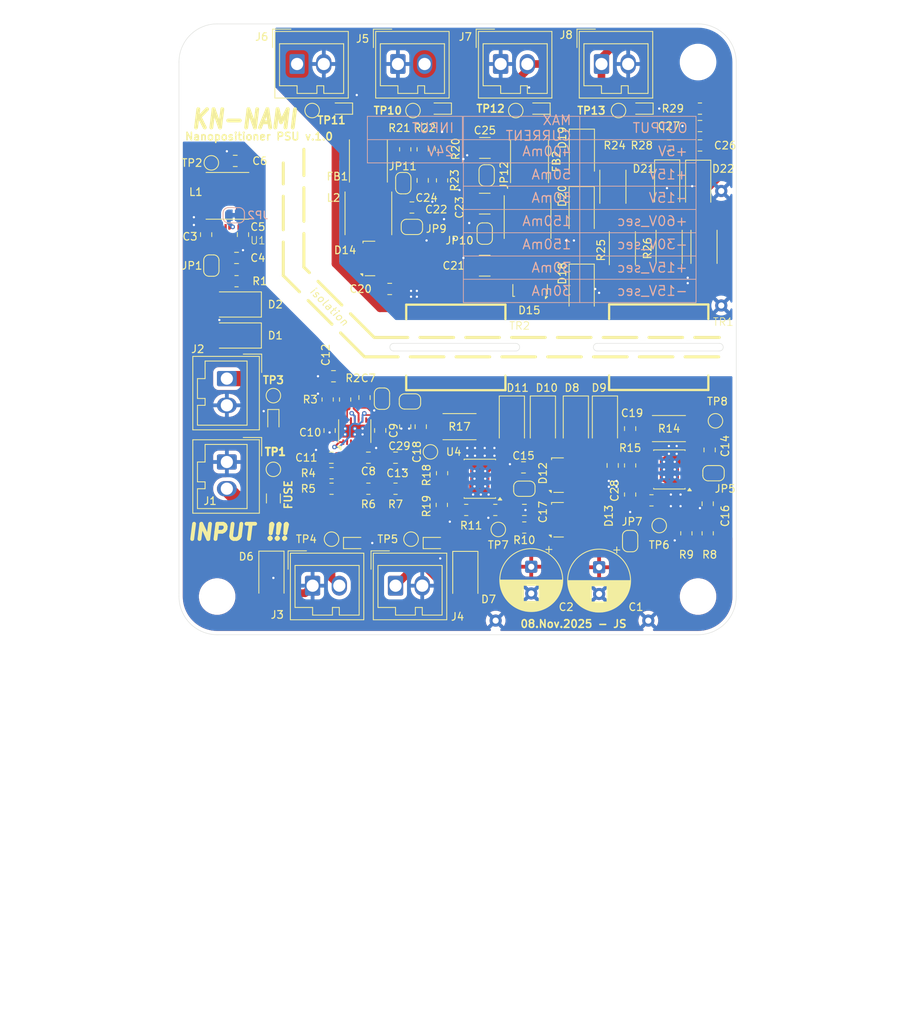
<source format=kicad_pcb>
(kicad_pcb (version 20241229) (generator "pcbnew") (generator_version "9.0")
  (layers (0 "F.Cu" signal) (2 "B.Cu" signal) (13 "F.Paste" user) (15 "B.Paste" user) (5 "F.SilkS" user "F.Silkscreen") (7 "B.SilkS" user "B.Silkscreen") (1 "F.Mask" user) (3 "B.Mask" user) (25 "Edge.Cuts" user))
  (net 0 "")
  (net 1 "GND")
  (net 2 "+24V")
  (net 3 "Net-(U1-Vcc)")
  (net 4 "+5V")
  (net 5 "Net-(U2-V_{OUT})")
  (net 6 "/+-15V_pri/C-")
  (net 7 "/+-15V_pri/C+")
  (net 8 "/+-15V_pri/BYP+")
  (net 9 "/+-15V_pri/BYP-")
  (net 10 "+15V_pri")
  (net 11 "-15V_pri")
  (net 12 "/+60V_-30V_sec/INTVcc")
  (net 13 "/+60V_-30V_sec/INTVcc'")
  (net 14 "/+60V_-30V_sec/Snub'")
  (net 15 "/+60V_-30V_sec/Snub")
  (net 16 "/+60V_-30V_sec/-L")
  (net 17 "GNDs")
  (net 18 "/+60V_-30V_sec/+L")
  (net 19 "Net-(JP4-B)")
  (net 20 "Net-(JP5-A)")
  (net 21 "-30V")
  (net 22 "+60V")
  (net 23 "+15V_sec")
  (net 24 "-15V_sec")
  (net 25 "/5V/LED")
  (net 26 "Net-(D4-K)")
  (net 27 "Net-(D5-A)")
  (net 28 "Net-(D8-K)")
  (net 29 "Net-(D8-A)")
  (net 30 "/+60V_-30V_sec/SW")
  (net 31 "Net-(D10-K)")
  (net 32 "Net-(D10-A)")
  (net 33 "/+60V_-30V_sec/SW'")
  (net 34 "/+60V_-30V_sec/sec2")
  (net 35 "Net-(D16-K)")
  (net 36 "Net-(D17-K)")
  (net 37 "Net-(D19-A)")
  (net 38 "Net-(D23-K)")
  (net 39 "Net-(D24-A)")
  (net 40 "/5V/fuse")
  (net 41 "Net-(JP1-B)")
  (net 42 "Net-(U1-LX)")
  (net 43 "/+-15V_pri/ADJ+")
  (net 44 "/+-15V_pri/ADJ-")
  (net 45 "/+60V_-30V_sec/EN")
  (net 46 "/+60V_-30V_sec/EN'")
  (net 47 "Net-(U3-Tc)")
  (net 48 "/+60V_-30V_sec/Rref")
  (net 49 "Net-(U4-Tc)")
  (net 50 "/+60V_-30V_sec/Rref'")
  (net 51 "/+60V_-30V_sec/RFB")
  (net 52 "/+60V_-30V_sec/RFB'")
  (net 53 "Net-(R20-Pad2)")
  (net 54 "Net-(R24-Pad2)")
  (net 55 "Net-(R25-Pad2)")
  (net 56 "/+60V_-30V_sec/sec1")
  (net 58 "Net-(TR1-Pad6)")
  (net 59 "/+60V_-30V_sec/power")
  (net 60 "Net-(JP11-A)")
  (net 61 "Net-(JP10-A)")
  (net 62 "Net-(JP2-B)")
  (net 63 "Net-(JP6-A)")
  (net 64 "Net-(JP13-B)")
  (footprint "Jumper:SolderJumper-2_P1.3mm_Bridged2Bar_RoundedPad1.0x1.5mm" (layer "F.Cu") (at 25.258 44.45)
    (property "Reference" "JP13" (hide yes))
    (property "Value" "SolderJumper_2_Bridged")
  )
  (footprint "TestPoint:TestPoint_Pad_D1.5mm" (layer "F.Cu") (at 36.83 61.214 180)
    (property "Reference" "TP7")
    (property "Value" "TestPoint")
  )
  (footprint "Capacitor_SMD:C_0805_2012Metric" (layer "F.Cu") (at -1.442 22.598 90)
    (property "Reference" "C3")
    (property "Value" "10u")
  )
  (footprint "Inductor_SMD:L_Wuerth_MAPI-5030" (layer "F.Cu") (at 19.812 19.812 -90)
    (property "Reference" "L2")
    (property "Value" "68uH")
  )
  (footprint "Package_SO:SOIC-8-1EP_3.9x4.9mm_P1.27mm_EP2.514x3.2mm_ThermalVias" (layer "F.Cu") (at 34.412 54.572 180)
    (property "Reference" "U4")
    (property "Value" "ADPL54203")
  )
  (footprint "MountingHole:MountingHole_4.3mm_M4_ISO14580" (layer "F.Cu") (at 0 70)
    (property "Reference" "H1" (hide yes))
    (property "Value" "MountingHole")
  )
  (footprint "Capacitor_SMD:C_0805_2012Metric" (layer "F.Cu") (at 63.246 8.382)
    (property "Reference" "C27")
    (property "Value" "1u")
  )
  (footprint "Package_SO:SOIC-8-1EP_3.9x4.9mm_P1.27mm_EP2.514x3.2mm_ThermalVias" (layer "F.Cu") (at 59.244 53.356 180)
    (property "Reference" "U3" (hide yes))
    (property "Value" "ADPL54203")
  )
  (footprint "Diode_SMD:D_SMA" (layer "F.Cu") (at 2.286 35.814 180)
    (property "Reference" "D1")
    (property "Value" "Z1SMA27")
  )
  (footprint "Resistor_SMD:R_0805_2012Metric" (layer "F.Cu") (at 63.246 6.096)
    (property "Reference" "R29")
    (property "Value" "1k")
  )
  (footprint "Fuse:Fuse_1206_3216Metric" (layer "F.Cu") (at 7.366 57.15 90)
    (property "Reference" "F1" (hide yes))
    (property "Value" "SBF32252ASTP")
  )
  (footprint "Diode_SMD:D_SMA" (layer "F.Cu") (at 47.776439 12.295638 -90)
    (property "Reference" "D19")
    (property "Value" "Z1SMA39")
  )
  (footprint "LED_SMD:LED_0603_1608Metric" (layer "F.Cu") (at 7.366 46.99 -90)
    (property "Reference" "D3" (hide yes))
    (property "Value" "LED")
  )
  (footprint "Resistor_SMD:R_0805_2012Metric" (layer "F.Cu") (at 16.764 44.196 -90)
    (property "Reference" "R2")
    (property "Value" "1.15M")
  )
  (footprint "Resistor_SMD:R_0805_2012Metric" (layer "F.Cu") (at 24.638 11.43 90)
    (property "Reference" "R21")
    (property "Value" "1k")
  )
  (footprint "Capacitor_SMD:C_0805_2012Metric" (layer "F.Cu") (at 2.54 25.654)
    (property "Reference" "C4")
    (property "Value" "1u")
  )
  (footprint "Resistor_SMD:R_0805_2012Metric" (layer "F.Cu") (at 54.102 52.832 -90)
    (property "Reference" "R15")
    (property "Value" "149k")
  )
  (footprint "Capacitor_SMD:C_1210_3225Metric" (layer "F.Cu") (at 35.076439 11.247638)
    (property "Reference" "C25")
    (property "Value" "10u")
  )
  (footprint "Resistor_SMD:R_2512_6332Metric" (layer "F.Cu") (at 59.182 48.006)
    (property "Reference" "R14")
    (property "Value" "39R")
  )
  (footprint "LED_SMD:LED_0603_1608Metric" (layer "F.Cu") (at 16.256 6.096 180)
    (property "Reference" "D16" (hide yes))
    (property "Value" "LED")
  )
  (footprint "Capacitor_SMD:C_0805_2012Metric" (layer "F.Cu") (at 19.812 51.816)
    (property "Reference" "C8")
    (property "Value" "10u")
  )
  (footprint "Jumper:SolderJumper-2_P1.3mm_Open_RoundedPad1.0x1.5mm" (layer "F.Cu") (at 35.306 14.844 -90)
    (property "Reference" "JP12")
    (property "Value" "SolderJumper_2_Open")
  )
  (footprint "Jumper:SolderJumper-2_P1.3mm_Bridged2Bar_RoundedPad1.0x1.5mm" (layer "F.Cu") (at 21.59 44.084 -90)
    (property "Reference" "JP4" (hide yes))
    (property "Value" "SolderJumper_2_Bridged")
  )
  (footprint "TestPoint:TestPoint_Pad_D1.5mm" (layer "F.Cu") (at 14.986 62.484)
    (property "Reference" "TP4")
    (property "Value" "TestPoint")
  )
  (footprint "Resistor_SMD:R_0805_2012Metric" (layer "F.Cu") (at 2.54 28.702)
    (property "Reference" "R1")
    (property "Value" "500R")
  )
  (footprint "Library:750313445" (layer "F.Cu") (at 35.566439 45.172759 180)
    (property "Reference" "TR2")
    (property "Value" "750313445")
  )
  (footprint "Jumper:SolderJumper-2_P1.3mm_Open_RoundedPad1.0x1.5mm" (layer "F.Cu") (at 24.384 15.86 90)
    (property "Reference" "JP11")
    (property "Value" "SolderJumper_2_Open")
  )
  (footprint "Resistor_SMD:R_2512_6332Metric" (layer "F.Cu") (at 51.840439 16.327638 -90)
    (property "Reference" "R24")
    (property "Value" "500R")
  )
  (footprint "MountingHole:MountingHole_4.3mm_M4_ISO14580" (layer "F.Cu") (at 63 70)
    (property "Reference" "H2" (hide yes))
    (property "Value" "MountingHole")
  )
  (footprint "Jumper:SolderJumper-2_P1.3mm_Bridged2Bar_RoundedPad1.0x1.5mm" (layer "F.Cu") (at 54.102 62.738 -90)
    (property "Reference" "JP7")
    (property "Value" "SolderJumper_2_Bridged")
  )
  (footprint "Resistor_SMD:R_0805_2012Metric" (layer "F.Cu") (at 61.468 61.722 90)
    (property "Reference" "R9")
    (property "Value" "48k")
  )
  (footprint "MountingHole:MountingHole_4.3mm_M4_ISO14580" (layer "F.Cu") (at 63 0)
    (property "Reference" "H3" (hide yes))
    (property "Value" "MountingHole")
  )
  (footprint "Capacitor_THT:C_Axial_L12.0mm_D6.5mm_P20.00mm_Horizontal" (layer "F.Cu") (at 36.482 73.152)
    (property "Reference" "JP3" (hide yes))
    (property "Value" "Jumper_2_Bridged")
  )
  (footprint "Capacitor_SMD:C_0805_2012Metric" (layer "F.Cu") (at 26.924 15.494 90)
    (property "Reference" "C24")
    (property "Value" "10u")
  )
  (footprint "Resistor_SMD:R_0805_2012Metric" (layer "F.Cu") (at 54.102 56.642 -90)
    (property "Reference" "R16" (hide yes))
    (property "Value" "10k")
  )
  (footprint "MountingHole:MountingHole_4.3mm_M4_ISO14580" (layer "F.Cu") (at 0 0)
    (property "Reference" "H4" (hide yes))
    (property "Value" "MountingHole")
  )
  (footprint "Jumper:SolderJumper-2_P1.3mm_Open_RoundedPad1.0x1.5mm" (layer "F.Cu") (at 35.052 22.464 -90)
    (property "Reference" "JP10")
    (property "Value" "SolderJumper_2_Open")
  )
  (footprint "Inductor_SMD:L_Wuerth_MAPI-5030" (layer "F.Cu") (at 1.352 17.518)
    (property "Reference" "L1")
    (property "Value" "68uH")
  )
  (footprint "Inductor_SMD:L_Coilcraft_1515SQ-68N" (layer "F.Cu") (at 40.918439 13.025638 90)
    (property "Reference" "FB2")
    (property "Value" "SPB0705-R12M")
  )
  (footprint "Resistor_SMD:R_2512_6332Metric" (layer "F.Cu") (at 59.206439 24.201638 90)
    (property "Reference" "R26")
    (property "Value" "500R")
  )
  (footprint "Package_TO_SOT_SMD:TO-277A" (layer "F.Cu") (at 22.264439 25.725638 90)
    (property "Reference" "D14")
    (property "Value" "V8PM10S")
  )
  (footprint "Capacitor_SMD:C_0805_2012Metric" (layer "F.Cu") (at 51.816 52.832 -90)
    (property "Reference" "C28")
    (property "Value" "10u")
  )
  (footprint "Capacitor_SMD:C_0805_2012Metric" (layer "F.Cu") (at 21.3605 48.251 -90)
    (property "Reference" "C9")
    (property "Value" "1u")
  )
  (footprint "Resistor_SMD:R_0805_2012Metric" (layer "F.Cu") (at 14.478 44.196 90)
    (property "Reference" "R3")
    (property "Value" "100k")
  )
  (footprint "Diode_SMD:D_SMA" (layer "F.Cu") (at 32.512 67.596 -90)
    (property "Reference" "D7")
    (property "Value" "Z1SMA16")
  )
  (footprint "Resistor_SMD:R_2512_6332Metric" (layer "F.Cu") (at 31.75 47.752)
    (property "Reference" "R17")
    (property "Value" "39R")
  )
  (footprint "Resistor_SMD:R_0805_2012Metric" (layer "F.Cu") (at 23.368 55.88 180)
    (property "Reference" "R7")
    (property "Value" "1k")
  )
  (footprint "LED_SMD:LED_0603_1608Metric" (layer "F.Cu") (at 55.626 6.096 180)
    (property "Reference" "D24" (hide yes))
    (property "Value" "LED")
  )
  (footprint "TestPoint:TestPoint_Pad_D1.5mm" (layer "F.Cu") (at 52.578 6.35)
    (property "Reference" "TP13")
    (property "Value" "TestPoint")
  )
  (footprint "Resistor_SMD:R_0805_2012Metric" (layer "F.Cu") (at 36.438 58.6595)
    (property "Reference" "R11")
    (property "Value" "48k")
  )
  (footprint "Connector_Wago:Wago_734-132_1x02_P3.50mm_Vertical" (layer "F.Cu") (at 1.27 52.38 -90)
    (property "Reference" "J1")
    (property "Value" "Conn_01x02_Socket")
  )
  (footprint "Diode_SMD:D_SMA" (layer "F.Cu") (at 42.672 47.244 -90)
    (property "Reference" "D10")
    (property "Value" "Z1SMA39")
  )
  (footprint "Jumper:SolderJumper-2_P1.3mm_Bridged2Bar_RoundedPad1.0x1.5mm" (layer "F.Cu") (at 40.244 55.88)
    (property "Reference" "JP6" (hide yes))
    (property "Value" "SolderJumper_2_Bridged")
  )
  (footprint "Resistor_SMD:R_0805_2012Metric" (layer "F.Cu") (at 40.2355 60.96 180)
    (property "Reference" "R10")
    (property "Value" "680k")
  )
  (footprint "LED_SMD:LED_0603_1608Metric" (layer "F.Cu") (at 28.4735 62.992)
    (property "Reference" "D5" (hide yes))
    (property "Value" "LED")
  )
  (footprint "Capacitor_SMD:C_1210_3225Metric" (layer "F.Cu") (at 35.052 18.542)
    (property "Reference" "C23")
    (property "Value" "10u")
  )
  (footprint "Capacitor_SMD:C_0805_2012Metric" (layer "F.Cu") (at 3.384 22.598 90)
    (property "Reference" "C5")
    (property "Value" "10u")
  )
  (footprint "Capacitor_SMD:C_0805_2012Metric" (layer "F.Cu") (at 64.516 50.8 -90)
    (property "Reference" "C14")
    (property "Value" "10u")
  )
  (footprint "TestPoint:TestPoint_Pad_D1.5mm" (layer "F.Cu") (at 12.446 6.35)
    (property "Reference" "TP11")
    (property "Value" "TestPoint")
  )
  (footprint "Package_TO_SOT_SMD:TO-277A" (layer "F.Cu") (at 46.966 54.102 90)
    (property "Reference" "D12")
    (property "Value" "V8PM10S")
  )
  (footprint "Library:ADPL16000footprint" (layer "F.Cu") (at -2.594 16.082)
    (property "Reference" "U1")
    (property "Value" "ADPL16000B")
  )
  (footprint "Diode_SMD:D_SMA" (layer "F.Cu") (at 47.752 29.972 -90)
    (property "Reference" "D18")
    (property "Value" "Z1SMA39")
  )
  (footprint "Resistor_SMD:R_0805_2012Metric" (layer "F.Cu") (at 26.924 11.43 -90)
    (property "Reference" "R20")
    (property "Value" "1k")
  )
  (footprint "Jumper:SolderJumper-2_P1.3mm_Bridged2Bar_RoundedPad1.0x1.5mm" (layer "F.Cu") (at 65.024 53.848)
    (property "Reference" "JP5")
    (property "Value" "SolderJumper_2_Bridged")
  )
  (footprint "Resistor_SMD:R_0805_2012Metric" (layer "F.Cu") (at 56.896 57.404)
    (property "Reference" "R12" (hide yes))
    (property "Value" "115k")
  )
  (footprint "Diode_SMD:D_SMA" (layer "F.Cu") (at 46.99 47.244 -90)
    (property "Reference" "D8")
    (property "Value" "Z1SMA39")
  )
  (footprint "Inductor_SMD:L_Wuerth_MAPI-5030" (layer "F.Cu") (at 40.664439 20.303638 90)
    (property "Reference" "L3" (hide yes))
    (property "Value" "68uH")
  )
  (footprint "LED_SMD:LED_0603_1608Metric" (layer "F.Cu") (at 29.21 6.096 180)
    (property "Reference" "D17" (hide yes))
    (property "Value" "LED")
  )
  (footprint "Package_DFN_QFN:DFN-14-1EP_3x4mm_P0.5mm_EP1.7x3.3mm" (layer "F.Cu") (at 18.026 48.334 90)
    (property "Reference" "U2" (hide yes))
    (property "Value" "LTC3260xDE")
  )
  (footprint "LED_SMD:LED_0603_1608Metric" (layer "F.Cu") (at 42.1385 6.096 180)
    (property "Reference" "D23" (hide yes))
    (property "Value" "LED")
  )
  (footprint "Capacitor_SMD:C_0805_2012Metric" (layer "F.Cu") (at 2.368 12.946)
    (property "Reference" "C6")
    (property "Value" "10u")
  )
  (footprint "Capacitor_SMD:C_0805_2012Metric" (layer "F.Cu") (at 22.606 29.718)
    (property "Reference" "C20")
    (property "Value" "10u")
  )
  (footprint "TestPoint:TestPoint_Pad_D1.5mm" (layer "F.Cu") (at 25.4 62.484)
    (property "Reference" "TP5")
    (property "Value" "TestPoint")
  )
  (footprint "TestPoint:TestPoint_Pad_D1.5mm" (layer "F.Cu") (at -0.762 13.2)
    (property "Reference" "TP2")
    (property "Value" "TestPoint")
  )
  (footprint "Capacitor_SMD:C_0805_2012Metric" (layer "F.Cu") (at 25.512 19.05)
    (property "Reference" "C22")
    (property "Value" "10u")
  )
  (footprint "Package_TO_SOT_SMD:TO-277A" (layer "F.Cu") (at 46.966 59.944 90)
    (property "Reference" "D13")
    (property "Value" "V8PM10S")
  )
  (footprint "TestPoint:TestPoint_Pad_D1.5mm" (layer "F.Cu") (at 27.94 51.054 90)
    (property "Reference" "TP9" (hide yes))
    (property "Value" "TestPoint")
  )
  (footprint "Capacitor_SMD:C_0805_2012Metric" (layer "F.Cu") (at 14.954 51.816)
    (property "Reference" "C11")
    (property "Value" "10n")
  )
  (footprint "Diode_SMD:D_SMA" (layer "F.Cu") (at 63.016439 16.359638 -90)
    (property "Reference" "D22")
    (property "Value" "Z1SMA15")
  )
  (footprint "Jumper:SolderJumper-2_P1.3mm_Bridged2Bar_RoundedPad1.0x1.5mm" (layer "F.Cu") (at -0.761 26.655 90)
    (property "Reference" "JP1")
    (property "Value" "SolderJumper_2_Bridged")
  )
  (footprint "TestPoint:TestPoint_Pad_D1.5mm" (layer "F.Cu") (at 39.116 6.35)
    (property "Reference" "TP12")
    (property "Value" "TestPoint")
  )
  (footprint "Capacitor_SMD:C_0805_2012Metric" (layer "F.Cu") (at 19.304 43.942 90)
    (property "Reference" "C7")
    (property "Value" "10u")
  )
  (footprint "Resistor_SMD:R_2512_6332Metric" (layer "F.Cu") (at 53.086 24.384 -90)
    (property "Reference" "R25")
    (property "Value" "500R")
  )
  (footprint "TestPoint:TestPoint_Pad_D1.5mm" (layer "F.Cu") (at 65.278 46.99 90)
    (property "Reference" "TP8")
    (property "Value" "TestPoint")
  )
  (footprint "Package_TO_SOT_SMD:TO-277A" (layer "F.Cu") (at 40.996439 27.527638 180)
    (property "Reference" "D15")
    (property "Value" "V8PM10S")
  )
  (footprint "Resistor_SMD:R_0805_2012Metric" (layer "F.Cu") (at 59.182 10.922 180)
    (property "Reference" "R28")
    (property "Value" "1k")
  )
  (footprint "Resistor_SMD:R_2512_6332Metric" (layer "F.Cu") (at 63.778439 24.201638 -90)
    (property "Reference" "R27" (hide yes))
    (property "Value" "500R")
  )
  (footprint "Capacitor_SMD:C_0805_2012Metric" (layer "F.Cu") (at 54.102 48.006 90)
    (property "Reference" "C19")
    (property "Value" "1n")
  )
  (footprint "Capacitor_SMD:C_0805_2012Metric" (layer "F.Cu") (at 24.638 47.752 -90)
    (property "Reference" "C29")
    (property "Value" "10u")
  )
  (footprint "Capacitor_THT:C_Axial_L12.0mm_D6.5mm_P15.00mm_Horizontal" (layer "F.Cu") (at 66.04 31.884 90)
    (property "Reference" "JP8" (hide yes))
    (property "Value" "Jumper_2_Bridged")
  )
  (footprint "Inductor_SMD:L_Coilcraft_1515SQ-68N" (layer "F.Cu") (at 19.812 12.954 90)
    (property "Reference" "FB1")
    (property "Value" "SPB0705-R12M")
  )
  (footprint "LED_SMD:LED_0603_1608Metric" (layer "F.Cu") (at 18.034 62.992)
    (property "Reference" "D4" (hide yes))
    (property "Value" "LED")
  )
  (footprint "Capacitor_SMD:C_0805_2012Metric" (layer "F.Cu") (at 26.67 47.752 90)
    (property "Reference" "C18")
    (property "Value" "1n")
  )
  (footprint "Resistor_SMD:R_0805_2012Metric" (layer "F.Cu") (at 29.3135 11.383 90)
    (property "Reference" "R22")
    (property "Value" "10k")
  )
  (footprint "Capacitor_SMD:C_0805_2012Metric" (layer "F.Cu") (at 40.248 58.6595)
    (property "Reference" "C17")
    (property "Value" "1u")
  )
  (footprint "Capacitor_SMD:C_0805_2012Metric" (layer "F.Cu") (at 14.732 48.26 -90)
    (property "Reference" "C10")
    (property "Value" "10n")
  )
  (footprint "Capacitor_SMD:C_0805_2012Metric" (layer "F.Cu") (at 23.368 51.816)
    (property "Reference" "C13")
    (property "Value" "10u")
  )
  (footprint "Diode_SMD:D_SMA" (layer "F.Cu") (at 2.286 31.75 180)
    (property "Reference" "D2")
    (property "Value" "Z1SMA5.6")
  )
  (footprint "Capacitor_SMD:C_0805_2012Metric" (layer "F.Cu") (at 15.24 41.148)
    (property "Reference" "C12")
    (property "Value" "10u")
  )
  (footprint "Connector_Wago:Wago_734-132_1x02_P3.50mm_Vertical" (layer "F.Cu") (at 10.47 0.254)
    (property "Reference" "J6")
    (property "Value" "Conn_01x02_Socket")
  )
  (footprint "TestPoint:TestPoint_Pad_D1.5mm" (layer "F.Cu") (at 57.912 60.706 90)
    (property "Reference" "TP6")
    (property "Value" "TestPoint")
  )
  (footprint "Capacitor_THT:CP_Radial_D8.0mm_P3.50mm" (layer "F.Cu") (at 41.148 66.096 -90)
    (property "Reference" "C2")
    (property "Value" "220u")
  )
  (footprint "Diode_SMD:D_SMA" (layer "F.Cu") (at 50.8 47.244 -90)
    (property "Reference" "D9")
    (property "Value" "Z1SMA15")
  )
  (footprint "Resistor_SMD:R_0805_2012Metric" (layer "F.Cu") (at 29.4295 58.001 -90)
    (property "Reference" "R19")
    (property "Value" "10k")
  )
  (footprint "Capacitor_SMD:C_0805_2012Metric" (layer "F.Cu") (at 64.262 57.846 -90)
    (property "Reference" "C16")
    (property "Value" "1u")
  )
  (footprint "Connector_Wago:Wago_734-132_1x02_P3.50mm_Vertical" (layer "F.Cu") (at 23.368 68.58)
    (property "Reference" "J4")
    (property "Value" "Conn_01x02_Socket")
  )
  (footprint "Connector_Wago:Wago_734-132_1x02_P3.50mm_Vertical" (layer "F.Cu") (at 12.502 68.58)
    (property "Reference" "J3")
    (property "Value" "Conn_01x02_Socket")
  )
  (footprint "TestPoint:TestPoint_Pad_D1.5mm" (layer "F.Cu") (at 7.366 43.688)
    (property "Reference" "TP3")
    (property "Value" "TestPoint")
  )
  (footprint "Capacitor_SMD:C_0805_2012Metric" (layer "F.Cu") (at 63.246 10.922)
    (property "Reference" "C26")
    (property "Value" "1u")
  )
  (footprint "Jumper:SolderJumper-2_P1.3mm_Open_RoundedPad1.0x1.5mm" (layer "F.Cu") (at 25.512 21.59)
    (property "Reference" "JP9")
    (property "Value" "SolderJumper_2_Open")
  )
  (footprint "Capacitor_THT:CP_Radial_D8.0mm_P3.50mm" (layer "F.Cu") (at 50.038 66.165349 -90)
    (property "Reference" "C1")
    (property "Value" "220u")
  )
  (footprint "Connector_Wago:Wago_734-132_1x02_P3.50mm_Vertical" (layer "F.Cu") (at 1.27 41.458 -90)
    (property "Reference" "J2")
    (property "Value" "Conn_01x02_Socket")
  )
  (footprint "Diode_SMD:D_SMA" (layer "F.Cu") (at 58.952439 16.327638 -90)
    (property "Reference" "D21")
    (property "Value" "Z1SMA15")
  )
  (footprint "Diode_SMD:D_SMA" (layer "F.Cu") (at 38.608 47.244 -90)
    (property "Reference" "D11")
    (property "Value" "Z1SMA15")
  )
  (footprint "Resistor_SMD:R_0805_2012Metric" (layer "F.Cu") (at 29.464 15.494 -90)
    (property "Reference" "R23")
    (property "Value" "10k")
  )
  (footprint "Resistor_SMD:R_0805_2012Metric" (layer "F.Cu") (at 32.628 58.6595)
    (property "Reference" "R13" (hide yes))
    (property "Value" "115k")
  )
  (footprint "Diode_SMD:D_SMA" (layer "F.Cu") (at 7.112 67.564 -90)
    (property "Reference" "D6")
    (property "Value" "Z1SMA16")
  )
  (footprint "Library:750313445" (layer "F.Cu") (at 62.147439 45.148258 180)
    (property "Reference" "TR1")
    (property "Value" "750313445")
  )
  (footprint "Resistor_SMD:R_0805_2012Metric" (layer "F.Cu") (at 19.812 55.88)
    (property "Reference" "R6")
    (property "Value" "1k")
  )
  (footprint "Connector_Wago:Wago_734-132_1x02_P3.50mm_Vertical" (layer "F.Cu") (at 37.14 0.254)
    (property "Reference" "J7")
    (property "Value" "Conn_01x02_Socket")
  )
  (footprint "TestPoint:TestPoint_Pad_D1.5mm" (layer "F.Cu") (at 7.366 53.34)
    (property "Reference" "TP1")
    (property "Value" "TestPoint")
  )
  (footprint "Connector_Wago:Wago_734-132_1x02_P3.50mm_Vertical" (layer "F.Cu") (at 50.348 0.254)
    (property "Reference" "J8")
    (property "Value" "Conn_01x02_Socket")
  )
  (footprint "TestPoint:TestPoint_Pad_D1.5mm" (layer "F.Cu") (at 25.654 6.35)
    (property "Reference" "TP10")
    (property "Value" "TestPoint")
  )
  (footprint "Connector_Wago:Wago_734-132_1x02_P3.50mm_Vertical" (layer "F.Cu") (at 23.678 0.254)
    (property "Reference" "J5")
    (property "Value" "Conn_01x02_Socket")
  )
  (footprint "Resistor_SMD:R_0805_2012Metric" (layer "F.Cu") (at 29.464 53.848 -90)
    (property "Reference" "R18")
    (property "Value" "150k")
  )
  (footprint "Capacitor_SMD:C_0805_2012Metric" (layer "F.Cu") (at 40.132 53.086)
    (property "Reference" "C15")
    (property "Value" "10u")
  )
  (footprint "Diode_SMD:D_SMA" (layer "F.Cu") (at 47.752 19.812 -90)
    (property "Reference" "D20")
    (property "Value" "Z1SMA39")
  )
  (footprint "Resistor_SMD:R_0805_2012Metric" (layer "F.Cu") (at 14.986 53.848)
    (property "Reference" "R4")
    (property "Value" "100k")
  )
  (footprint "Resistor_SMD:R_0805_2012Metric" (layer "F.Cu") (at 14.986 55.88)
    (property "Reference" "R5")
    (property "Value" "1.15M")
  )
  (footprint "Resistor_SMD:R_0805_2012Metric" (layer "F.Cu") (at 64.262 61.722 90)
    (property "Reference" "R8")
    (property "Value" "680k")
  )
  (footprint "Capacitor_SMD:C_1210_3225Metric" (layer "F.Cu") (at 35.052 26.67)
    (property "Reference" "C21")
    (property "Value" "10u")
  )
  (footprint "Jumper:SolderJumper-2_P1.3mm_Bridged_RoundedPad1.0x1.5mm" (layer "B.Cu") (at 2.174 20.066 180)
    (property "Reference" "JP2")
    (property "Value" "SolderJumper_2_Open")
  )
  (gr_line (start 11.361443 26.855443) (end 11.361443 11.43) (stroke (width 0.4) (type dash)) (layer "F.SilkS"))
  (gr_line (start 20.574 36.068) (end 11.361443 26.855443) (stroke (width 0.4) (type dash)) (layer "F.SilkS"))
  (gr_line (start 20.574 36.068) (end 65.786 36.068) (stroke (width 0.4) (type dash)) (layer "F.SilkS"))
  (gr_line (start 19.304 38.608) (end 67.056 38.608) (stroke (width 0.4) (type dash)) (layer "F.SilkS"))
  (gr_line (start 8.663552 27.967552) (end 8.663552 13.208) (stroke (width 0.4) (type dash)) (layer "F.SilkS"))
  (gr_line (start 19.276447 38.580447) (end 8.663552 27.967552) (stroke (width 0.4) (type dash)) (layer "F.SilkS"))
  (gr_line (start 0 75) (end 63 75) (stroke (width 0.05)) (layer "Edge.Cuts"))
  (gr_line (start 68 70) (end 68 69.342) (stroke (width 0.05)) (layer "Edge.Cuts"))
  (gr_line (start 23.11921 37.846) (end 39.116 37.846) (stroke (width 0.05)) (layer "Edge.Cuts"))
  (gr_arc (start -5 0) (mid -3.535537 -3.535531) (end -0.000009 -5) (stroke (width 0.05)) (layer "Edge.Cuts"))
  (gr_line (start 49.78921 37.846) (end 65.786 37.846) (stroke (width 0.05)) (layer "Edge.Cuts"))
  (gr_arc (start 68 70) (mid 66.535534 73.535534) (end 63 75) (stroke (width 0.05)) (layer "Edge.Cuts"))
  (gr_line (start 63 -5) (end 0 -5) (stroke (width 0.05)) (layer "Edge.Cuts"))
  (gr_arc (start 39.125452 36.839688) (mid 39.628608 37.342844) (end 39.125452 37.846) (stroke (width 0.05)) (layer "Edge.Cuts"))
  (gr_line (start 39.125452 36.839689) (end 23.11921 36.839688) (stroke (width 0.05)) (layer "Edge.Cuts"))
  (gr_line (start -5 0) (end -5 69.596) (stroke (width 0.05)) (layer "Edge.Cuts"))
  (gr_arc (start 23.11921 37.846) (mid 22.616054 37.342844) (end 23.11921 36.839688) (stroke (width 0.05)) (layer "Edge.Cuts"))
  (gr_arc (start 49.78921 37.846) (mid 49.286054 37.342844) (end 49.78921 36.839688) (stroke (width 0.05)) (layer "Edge.Cuts"))
  (gr_arc (start 0 75) (mid -3.535525 73.535543) (end -5 70.000026) (stroke (width 0.05)) (layer "Edge.Cuts"))
  (gr_arc (start 65.795452 36.839688) (mid 66.298608 37.342844) (end 65.795452 37.846) (stroke (width 0.05)) (layer "Edge.Cuts"))
  (gr_line (start -5 69.596) (end -5 70.000026) (stroke (width 0.05)) (layer "Edge.Cuts"))
  (gr_arc (start 63 -5) (mid 66.535534 -3.535534) (end 68 0) (stroke (width 0.05)) (layer "Edge.Cuts"))
  (gr_line (start 65.795452 36.839689) (end 49.78921 36.839688) (stroke (width 0.05)) (layer "Edge.Cuts"))
  (gr_line (start 68 69.342) (end 68 0) (stroke (width 0.05)) (layer "Edge.Cuts"))
  (gr_text "isolation" (at 11.938 30.1 315) (layer "F.SilkS") (effects (font (size 1 1) (thickness 0.125) (italic yes)) (justify left bottom)))
  (gr_text "INPUT !!!" (at -4.064 62.738 0) (layer "F.SilkS") (effects (font (size 2 2) (thickness 0.5) (bold yes) (italic yes)) (justify left bottom)))
  (gr_text "KN-NAMI" (at -3.556 8.89 0) (layer "F.SilkS") (effects (font (size 2.4 2) (thickness 0.5) (bold yes) (italic yes)) (justify left bottom)))
  (gr_text "08.Nov.2025 - JS" (at 39.624 74.168 0) (layer "F.SilkS") (effects (font (size 1 1) (thickness 0.2) (bold yes)) (justify left bottom)))
  (gr_text "Nanopositioner PSU v.1.0\n\n" (at -4.318 11.938 0) (layer "F.SilkS") (effects (font (size 1 1) (thickness 0.2) (bold yes)) (justify left bottom)))
  (gr_text "FUSE\n" (at 9.906 58.674 90) (layer "F.SilkS") (effects (font (size 1 1) (thickness 0.2) (bold yes)) (justify left bottom)))
  (table (column_count 2) (layer "B.SilkS") (border (external yes) (header yes) (stroke (width 0.1))) (separators (rows yes) (cols yes) (stroke (width 0.1))) (column_widths 15.24 15.24) (row_heights 3.048 3.048 3.048 3.048 3.048 3.048 3.048 3.048) (cells (table_cell "MAX CURRENT" (start 32.258 7.112) (end 47.498 10.16) (margins 1.0025 1.0025 1.0025 1.0025) (span 1 1) (layer "B.SilkS") (effects (font (size 1.27 1.27)) (justify left mirror))) (table_cell "OUTPUT" (start 47.498 7.112) (end 62.738 10.16) (margins 1.0025 1.0025 1.0025 1.0025) (span 1 1) (layer "B.SilkS") (effects (font (size 1.27 1.27)) (justify left mirror))) (table_cell "400mA" (start 32.258 10.16) (end 47.498 13.208) (margins 1.0025 1.0025 1.0025 1.0025) (span 1 1) (layer "B.SilkS") (effects (font (size 1.27 1.27)) (justify left mirror))) (table_cell "+5V" (start 47.498 10.16) (end 62.738 13.208) (margins 1.0025 1.0025 1.0025 1.0025) (span 1 1) (layer "B.SilkS") (effects (font (size 1.27 1.27)) (justify left mirror))) (table_cell "50mA" (start 32.258 13.208) (end 47.498 16.256) (margins 1.0025 1.0025 1.0025 1.0025) (span 1 1) (layer "B.SilkS") (effects (font (size 1.27 1.27)) (justify left mirror))) (table_cell "+15V" (start 47.498 13.208) (end 62.738 16.256) (margins 1.0025 1.0025 1.0025 1.0025) (span 1 1) (layer "B.SilkS") (effects (font (size 1.27 1.27)) (justify left mirror))) (table_cell "50mA" (start 32.258 16.256) (end 47.498 19.304) (margins 1.0025 1.0025 1.0025 1.0025) (span 1 1) (layer "B.SilkS") (effects (font (size 1.27 1.27)) (justify left mirror))) (table_cell "-15V" (start 47.498 16.256) (end 62.738 19.304) (margins 1.0025 1.0025 1.0025 1.0025) (span 1 1) (layer "B.SilkS") (effects (font (size 1.27 1.27)) (justify left mirror))) (table_cell "150mA" (start 32.258 19.304) (end 47.498 22.352) (margins 1.0025 1.0025 1.0025 1.0025) (span 1 1) (layer "B.SilkS") (effects (font (size 1.27 1.27)) (justify left mirror))) (table_cell "+60V_sec" (start 47.498 19.304) (end 62.738 22.352) (margins 1.0025 1.0025 1.0025 1.0025) (span 1 1) (layer "B.SilkS") (effects (font (size 1.27 1.27)) (justify left mirror))) (table_cell "150mA" (start 32.258 22.352) (end 47.498 25.4) (margins 1.0025 1.0025 1.0025 1.0025) (span 1 1) (layer "B.SilkS") (effects (font (size 1.27 1.27)) (justify left mirror))) (table_cell "-30V_sec" (start 47.498 22.352) (end 62.738 25.4) (margins 1.0025 1.0025 1.0025 1.0025) (span 1 1) (layer "B.SilkS") (effects (font (size 1.27 1.27)) (justify left mirror))) (table_cell "30mA" (start 32.258 25.4) (end 47.498 28.448) (margins 1.0025 1.0025 1.0025 1.0025) (span 1 1) (layer "B.SilkS") (effects (font (size 1.27 1.27)) (justify left mirror))) (table_cell "+15V_sec" (start 47.498 25.4) (end 62.738 28.448) (margins 1.0025 1.0025 1.0025 1.0025) (span 1 1) (layer "B.SilkS") (effects (font (size 1.27 1.27)) (justify left mirror))) (table_cell "30mA" (start 32.258 28.448) (end 47.498 31.496) (margins 1.0025 1.0025 1.0025 1.0025) (span 1 1) (layer "B.SilkS") (effects (font (size 1.27 1.27)) (justify left mirror))) (table_cell "-15V_sec" (start 47.498 28.448) (end 62.738 31.496) (margins 1.0025 1.0025 1.0025 1.0025) (span 1 1) (layer "B.SilkS") (effects (font (size 1.27 1.27)) (justify left mirror)))))
  (table (column_count 1) (layer "B.SilkS") (border (external yes) (header yes) (stroke (width 0.1))) (separators (rows yes) (cols yes) (stroke (width 0.1))) (column_widths 12.446) (row_heights 3.048 3.048) (cells (table_cell "INPUT" (start 19.685 7.112) (end 32.131 10.16) (margins 1.0025 1.0025 1.0025 1.0025) (span 1 1) (layer "B.SilkS") (effects (font (size 1.27 1.27)) (justify left mirror))) (table_cell "24V" (start 19.685 10.16) (end 32.131 13.208) (margins 1.0025 1.0025 1.0025 1.0025) (span 1 1) (layer "B.SilkS") (effects (font (size 1.27 1.27)) (justify left mirror)))))
  (segment (start 35.052 50.546) (end 35.052 52.07) (width 1) (layer "F.Cu") (net 1))
  (segment (start 0.28942 22.352) (end -0.738 22.352) (width 0.25) (layer "F.Cu") (net 1))
  (segment (start 36.322 50.546) (end 36.322 51.562) (width 1) (layer "F.Cu") (net 1))
  (segment (start 20.762 51.816) (end 20.762 51.276) (width 1) (layer "F.Cu") (net 1))
  (segment (start -3.048 21.336) (end -3.048 20.32) (width 2) (layer "F.Cu") (net 1))
  (segment (start 29.226501 65.007499) (end 29.815001 65.596) (width 1) (layer "F.Cu") (net 1))
  (segment (start 0.286 33.782) (end 0.286 35.814) (width 1) (layer "F.Cu") (net 1))
  (segment (start 61.468 62.6345) (end 59.9565 62.6345) (width 1) (layer "F.Cu") (net 1))
  (segment (start 7.112 67.818) (end 7.366 67.564) (width 1) (layer "F.Cu") (net 1))
  (segment (start 59.944 55.9055) (end 60.43925 56.40075) (width 1) (layer "F.Cu") (net 1))
  (segment (start 36.017 52.667) (end 35.112 53.572) (width 1) (layer "F.Cu") (net 1))
  (segment (start 54.102 57.5545) (end 54.102 58.928) (width 1) (layer "F.Cu") (net 1))
  (segment (start 39.182 53.086) (end 38.763 52.667) (width 1) (layer "F.Cu") (net 1))
  (segment (start 36.322 51.562) (end 36.068 51.562) (width 1) (layer "F.Cu") (net 1))
  (segment (start 59.436 56.642) (end 59.436 55.248) (width 1) (layer "F.Cu") (net 1))
  (segment (start 24.318 51.816) (end 24.318 53.274) (width 1) (layer "F.Cu") (net 1))
  (segment (start 59.436 58.166) (end 60.6805 58.166) (width 1) (layer "F.Cu") (net 1))
  (segment (start 41.1835 58.674) (end 41.198 58.6595) (width 0.5) (layer "F.Cu") (net 1))
  (segment (start 40.386 58.674) (end 41.1835 58.674) (width 0.5) (layer "F.Cu") (net 1))
  (segment (start 27.686 63.466999) (end 29.226501 65.007499) (width 1) (layer "F.Cu") (net 1))
  (segment (start 17.026 49.784) (end 17.026 49.334) (width 0.25) (layer "F.Cu") (net 1))
  (segment (start 59.436 56.642) (end 59.436 58.166) (width 1) (layer "F.Cu") (net 1))
  (segment (start 60.198 50.292) (end 59.182 50.292) (width 1) (layer "F.Cu") (net 1))
  (segment (start 33.712 53.41) (end 35.052 52.07) (width 1) (layer "F.Cu") (net 1))
  (segment (start -0.738 22.352) (end -1.442 21.648) (width 0.25) (layer "F.Cu") (net 1))
  (segment (start 60.6805 58.166) (end 60.6805 57.1245) (width 1) (layer "F.Cu") (net 1))
  (segment (start 35.5255 58.6595) (end 35.5255 59.69) (width 0.5) (layer "F.Cu") (net 1))
  (segment (start 20.828 51.21) (end 20.828 50.585) (width 1) (layer "F.Cu") (net 1))
  (segment (start 17.846 48.514) (end 18.026 48.334) (width 1) (layer "F.Cu") (net 1))
  (segment (start 34.036 50.546) (end 32.766 50.546) (width 1) (layer "F.Cu") (net 1))
  (segment (start 0.606 21.582) (end 0.606 22.03542) (width 0.25) (layer "F.Cu") (net 1))
  (segment (start 35.052 52.07) (end 35.052 52.578) (width 1) (layer "F.Cu") (net 1))
  (segment (start 38.763 52.667) (end 38.354 52.667) (width 1) (layer "F.Cu") (net 1))
  (segment (start 20.574 45.628) (end 20.04 45.628) (width 0.25) (layer "F.Cu") (net 1))
  (segment (start 6.096 45.72) (end 6.8835 45.72) (width 1) (layer "F.Cu") (net 1))
  (segment (start 32.766 50.546) (end 33.712 51.492) (width 1) (layer "F.Cu") (net 1))
  (segment (start 63.622 58.796) (end 64.262 58.796) (width 1) (layer "F.Cu") (net 1))
  (segment (start 59.182 51.308) (end 59.182 51.718) (width 1) (layer "F.Cu") (net 1))
  (segment (start 59.436 55.248) (end 58.544 54.356) (width 1) (layer "F.Cu") (net 1))
  (segment (start 14.004 51.816) (end 14.004 53.7785) (width 1) (layer "F.Cu") (net 1))
  (segment (start 20.508 51.816) (end 20.762 51.816) (width 1) (layer "F.Cu") (net 1))
  (segment (start 7.112 69.564) (end 11.518 69.564) (width 1) (layer "F.Cu") (net 1))
  (segment (start 37.0495 52.2895) (end 36.322 51.562) (width 1) (layer "F.Cu") (net 1))
  (segment (start 34.036 53.248) (end 33.712 53.572) (width 1) (layer "F.Cu") (net 1))
  (segment (start 0.286 31.75) (end 0.286 33.782) (width 1) (layer "F.Cu") (net 1))
  (segment (start 35.052 52.578) (end 35.052 53.512) (width 1) (layer "F.Cu") (net 1))
  (segment (start 33.712 51.492) (end 33.712 53.572) (width 1) (layer "F.Cu") (net 1))
  (segment (start 35.052 53.512) (end 35.112 53.572) (width 1) (layer "F.Cu") (net 1))
  (segment (start 63.246 58.42) (end 63.622 58.796) (width 1) (layer "F.Cu") (net 1))
  (segment (start 24.638 48.702) (end 24.638 48.006) (width 1) (layer "F.Cu") (net 1))
  (segment (start 64.516 49.85) (end 63.4825 49.85) (width 1) (layer "F.Cu") (net 1))
  (segment (start 1.418 11.832) (end 1.27 11.684) (width 2) (layer "F.Cu") (net 1))
  (segment (start 24.318 53.274) (end 24.384 53.34) (width 1) (layer "F.Cu") (net 1))
  (segment (start 14.732 48.514) (end 17.846 48.514) (width 1) (layer "F.Cu") (net 1))
  (segment (start 37.0495 52.667) (end 37.0495 52.2895) (width 1) (layer "F.Cu") (net 1))
  (segment (start 36.068 51.562) (end 35.052 50.546) (width 1) (layer "F.Cu") (net 1))
  (segment (start 17.526 46.884) (end 17.526 47.834) (width 0.25) (layer "F.Cu") (net 1))
  (segment (start 6.8835 45.72) (end 7.366 46.2025) (width 1) (layer "F.Cu") (net 1))
  (segment (start 36.322 50.546) (end 34.036 50.546) (width 1) (layer "F.Cu") (net 1))
  (segment (start 35.5255 59.69) (end 35.5255 59.7245) (width 0.5) (layer "F.Cu") (net 1))
  (segment (start 54.102 58.928) (end 58.674 58.928) (width 1) (layer "F.Cu") (net 1))
  (segment (start -2.736 21.648) (end -1.454 21.648) (width 2) (layer "F.Cu") (net 1))
  (segment (start 59.182 50.292) (end 59.182 51.308) (width 1) (layer "F.Cu") (net 1))
  (segment (start 59.182 51.718) (end 58.544 52.356) (width 1) (layer "F.Cu") (net 1))
  (segment (start 33.782 50.546) (end 32.766 51.562) (width 1) (layer "F.Cu") (net 1))
  (segment (start 13.208 41.148) (end 14.29 41.148) (width 1) (layer "F.Cu") (net 1))
  (segment (start 51.816 53.782) (end 51.816 55.626) (width 2) (layer "F.Cu") (net 1))
  (segment (start 59.436 58.166) (end 60.579 57.023) (width 1) (layer "F.Cu") (net 1))
  (segment (start 7.112 69.564) (end 7.112 67.818) (width 1) (layer "F.Cu") (net 1))
  (segment (start 13.3585 43.2835) (end 14.478 43.2835) (width 1) (layer "F.Cu") (net 1))
  (segment (start 17.026 49.334) (end 18.026 48.334) (width 0.25) (layer "F.Cu") (net 1))
  (segment (start 36.322 51.562) (end 32.766 51.562) (width 1) (layer "F.Cu") (net 1))
  (segment (start 11.518 69.564) (end 12.502 68.58) (width 1) (layer "F.Cu") (net 1))
  (segment (start 13.208 43.434) (end 13.3585 43.2835) (width 1) (layer "F.Cu") (net 1))
  (segment (start 3.384 23.548) (end 3.384 24.638) (width 1) (layer "F.Cu") (net 1))
  (segment (start -3.048 21.336) (end -2.736 21.648) (width 2) (layer "F.Cu") (net 1))
  (segment (start 3.384 25.786) (end 3.491 25.893) (width 1) (layer "F.Cu") (net 1))
  (segment (start 34.036 50.546) (end 34.036 53.248) (width 1) (layer "F.Cu") (net 1))
  (segment (start 33.528 56.642) (end 35.536 56.642) (width 1) (layer "F.Cu") (net 1))
  (segment (start 3.384 24.638) (end 3.384 25.786) (width 1) (layer "F.Cu") (net 1))
  (segment (start 1.418 12.946) (end 1.418 11.832) (width 2) (layer "F.Cu") (net 1))
  (segment (start 59.182 51.308) (end 60.198 51.308) (width 1) (layer "F.Cu") (net 1))
  (segment (start 0.606 22.03542) (end 0.28942 22.352) (width 0.25) (layer "F.Cu") (net 1))
  (segment (start 33.528 56.642) (end 33.528 55.456) (width 1) (layer "F.Cu") (net 1))
  (segment (start 33.528 55.456) (end 34.412 54.572) (width 1) (layer "F.Cu") (net 1))
  (segment (start 36.322 50.546) (end 36.322 52.362) (width 1) (layer "F.Cu") (net 1))
  (segment (start 12.954 50.8) (end 13.97 51.816) (width 1) (layer "F.Cu") (net 1))
  (segment (start 59.9565 62.6345) (end 59.944 62.647) (width 1) (layer "F.Cu") (net 1))
  (segment (start 60.198 50.292) (end 60.198 52.402) (width 1) (layer "F.Cu") (net 1))
  (segment (start 59.944 54.356) (end 59.944 55.9055) (width 1) (layer "F.Cu") (net 1))
  (segment (start 17.526 47.834) (end 18.026 48.334) (width 0.25) (layer "F.Cu") (net 1))
  (segment (start 38.354 52.667) (end 37.0495 52.667) (width 1) (layer "F.Cu") (net 1))
  (segment (start 59.436 56.642) (end 59.436 53.548) (width 1) (layer "F.Cu") (net 1))
  (segment (start 14.004 53.7785) (end 14.0735 53.848) (width 1) (layer "F.Cu") (net 1))
  (segment (start 33.712 54.572) (end 33.712 53.41) (width 1) (layer "F.Cu") (net 1))
  (segment (start 60.6805 57.1245) (end 60.579 57.023) (width 1) (layer "F.Cu") (net 1))
  (segment (start 30.48 59.964) (end 29.4295 58.9135) (width 0.5) (layer "F.Cu") (net 1))
  (segment (start 20.04 45.628) (end 19.304 44.892) (width 0.25) (layer "F.Cu") (net 1))
  (segment (start 60.579 57.023) (end 60.198 56.642) (width 1) (layer "F.Cu") (net 1))
  (segment (start 14.732 49.21) (end 14.732 48.514) (width 1) (layer "F.Cu") (net 1))
  (segment (start 13.97 51.816) (end 14.004 51.816) (width 1) (layer "F.Cu") (net 1))
  (segment (start 63.4825 49.85) (end 61.8815 51.451) (width 1) (layer "F.Cu") (net 1))
  (segment (start 20.32 62.992) (end 18.8215 62.992) (width 1) (layer "F.Cu") (net 1))
  (segment (start 32.766 50.546) (end 32.766 51.562) (width 1) (layer "F.Cu") (net 1))
  (segment (start 60.198 52.402) (end 59.244 53.356) (width 1) (layer "F.Cu") (net 1))
  (segment (start 20.762 51.276) (end 20.828 51.21) (width 1) (layer "F.Cu") (net 1))
  (segment (start 27.686 62.992) (end 27.686 63.466999) (width 1) (layer "F.Cu") (net 1))
  (segment (start 61.8815 51.451) (end 61.357 51.451) (width 1) (layer "F.Cu") (net 1))
  (segment (start 59.436 53.548) (end 59.244 53.356) (width 1) (layer "F.Cu") (net 1))
  (segment (start 36.322 52.362) (end 36.017 52.667) (width 1) (layer "F.Cu") (net 1))
  (segment (start 60.6805 56.642) (end 60.6805 58.166) (width 1) (layer "F.Cu") (net 1))
  (segment (start 58.674 58.928) (end 59.436 58.166) (width 1) (layer "F.Cu") (net 1))
  (segment (start 37.0495 52.667) (end 36.017 52.667) (width 1) (layer "F.Cu") (net 1))
  (segment (start 29.815001 65.596) (end 32.512 65.596) (width 1) (layer "F.Cu") (net 1))
  (segment (start 30.48 60.198) (end 30.48 59.964) (width 0.5) (layer "F.Cu") (net 1))
  (segment (start 60.198 56.642) (end 60.43925 56.40075) (width 1) (layer "F.Cu") (net 1))
  (segment (start 36.068 51.562) (end 35.052 52.578) (width 1) (layer "F.Cu") (net 1))
  (segment (start 59.436 56.642) (end 60.198 56.642) (width 1) (layer "F.Cu") (net 1))
  (segment (start 60.43925 56.40075) (end 60.6805 56.642) (width 1) (layer "F.Cu") (net 1))
  (segment (start 61.357 51.451) (end 60.198 50.292) (width 1) (layer "F.Cu") (net 1))
  (via (at 60.706 58.166) (size 0.6) (drill 0.3) (layers "F.Cu" "B.Cu") (net 1))
  (via (at 40.386 58.674) (size 0.6) (drill 0.3) (layers "F.Cu" "B.Cu") (net 1))
  (via (at 60.198 51.308) (size 0.6) (drill 0.3) (layers "F.Cu" "B.Cu") (net 1))
  (via (at 36.322 50.546) (size 0.6) (drill 0.3) (layers "F.Cu" "B.Cu") (net 1))
  (via (at 14.732 48.514) (size 0.6) (drill 0.3) (layers "F.Cu" "B.Cu") (net 1))
  (via (at 13.208 43.434) (size 0.6) (drill 0.3) (layers "F.Cu" "B.Cu") (net 1))
  (via (at 1.27 11.684) (size 0.6) (drill 0.3) (layers "F.Cu" "B.Cu") (net 1))
  (via (at 12.954 50.8) (size 0.6) (drill 0.3) (layers "F.Cu" "B.Cu") (net 1))
  (via (at 34.544 56.642) (size 0.6) (drill 0.3) (layers "F.Cu" "B.Cu") (net 1))
  (via (at 38.354 52.667) (size 0.6) (drill 0.3) (layers "F.Cu" "B.Cu") (net 1))
  (via (at 51.308 54.864) (size 0.6) (drill 0.3) (layers "F.Cu" "B.Cu") (net 1))
  (via (at 20.828 50.546) (size 0.6) (drill 0.3) (layers "F.Cu" "B.Cu") (net 1))
  (via (at 32.766 51.562) (size 0.6) (drill 0.3) (layers "F.Cu" "B.Cu") (net 1))
  (via (at 18.034 48.006) (size 0.6) (drill 0.3) (layers "F.Cu" "B.Cu") (net 1))
  (via (at 59.436 56.642) (size 0.6) (drill 0.3) (layers "F.Cu" "B.Cu") (net 1))
  (via (at 59.182 51.308) (size 0.6) (drill 0.3) (layers "F.Cu" "B.Cu") (net 1))
  (via (at 59.944 62.647) (size 0.6) (drill 0.3) (layers "F.Cu" "B.Cu") (net 1))
  (via (at 7.366 67.564) (size 0.6) (drill 0.3) (layers "F.Cu" "B.Cu") (net 1))
  (via (at 35.052 51.562) (size 0.6) (drill 0.3) (layers "F.Cu" "B.Cu") (net 1))
  (via (at 63.246 58.42) (size 0.6) (drill 0.3) (layers "F.Cu" "B.Cu") (net 1))
  (via (at 18.034 48.768) (size 0.6) (drill 0.3) (layers "F.Cu" "B.Cu") (net 1))
  (via (at 59.436 58.166) (size 0.6) (drill 0.3) (layers "F.Cu" "B.Cu") (net 1))
  (via (at 20.574 45.628) (size 0.6) (drill 0.3) (layers "F.Cu" "B.Cu") (net 1))
  (via (at 3.384 24.638) (size 0.6) (drill 0.3) (layers "F.Cu" "B.Cu") (net 1))
  (via (at 19.05 48.006) (size 0.6) (drill 0.3) (layers "F.Cu" "B.Cu") (net 1))
  (via (at 52.324 54.864) (size 0.6) (drill 0.3) (layers "F.Cu" "B.Cu") (net 1))
  (via (at 60.706 56.642) (size 0.6) (drill 0.3) (layers "F.Cu" "B.Cu") (net 1))
  (via (at 35.052 50.546) (size 0.6) (drill 0.3) (layers "F.Cu" "B.Cu") (net 1))
  (via (at 25.146 48.006) (size 0.6) (drill 0.3) (layers "F.Cu" "B.Cu") (net 1))
  (via (at 33.782 51.562) (size 0.6) (drill 0.3) (layers "F.Cu" "B.Cu") (net 1))
  (via (at 35.5255 59.69) (size 0.6) (drill 0.3) (layers "F.Cu" "B.Cu") (net 1))
  (via (at 29.226501 65.007499) (size 0.6) (drill 0.3) (layers "F.Cu" "B.Cu") (net 1))
  (via (at 24.384 53.34) (size 0.6) (drill 0.3) (layers "F.Cu" "B.Cu") (net 1))
  (via (at 51.308 55.626) (size 0.6) (drill 0.3) (layers "F.Cu" "B.Cu") (net 1))
  (via (at 19.05 48.768) (size 0.6) (drill 0.3) (layers "F.Cu" "B.Cu") (net 1))
  (via (at 0.286 33.782) (size 0.6) (drill 0.3) (layers "F.Cu" "B.Cu") (net 1))
  (via (at 60.198 50.292) (size 0.6) (drill 0.3) (layers "F.Cu" "B.Cu") (net 1))
  (via (at -3.048 20.32) (size 0.6) (drill 0.3) (layers "F.Cu" "B.Cu") (net 1))
  (via (at 32.766 50.546) (size 0.6) (drill 0.3) (layers "F.Cu" "B.Cu") (net 1))
  (via (at 33.528 56.642) (size 0.6) (drill 0.3) (layers "F.Cu" "B.Cu") (net 1))
  (via (at 35.56 56.642) (size 0.6) (drill 0.3) (layers "F.Cu" "B.Cu") (net 1))
  (via (at 54.102 58.928) (size 0.6) (drill 0.3) (layers "F.Cu" "B.Cu") (net 1))
  (via (at 16.764 48.006) (size 0.6) (drill 0.3) (layers "F.Cu" "B.Cu") (net 1))
  (via (at 20.32 62.992) (size 0.6) (drill 0.3) (layers "F.Cu" "B.Cu") (net 1))
  (via (at 33.782 50.546) (size 0.6) (drill 0.3) (layers "F.Cu" "B.Cu") (net 1))
  (via (at 16.764 48.768) (size 0.6) (drill 0.3) (layers "F.Cu" "B.Cu") (net 1))
  (via (at -3.048 21.336) (size 0.6) (drill 0.3) (layers "F.Cu" "B.Cu") (net 1))
  (via (at 13.208 41.148) (size 0.6) (drill 0.3) (layers "F.Cu" "B.Cu") (net 1))
  (via (at 30.48 60.198) (size 0.6) (drill 0.3) (layers "F.Cu" "B.Cu") (net 1))
  (via (at 59.182 50.292) (size 0.6) (drill 0.3) (layers "F.Cu" "B.Cu") (net 1))
  (via (at 36.322 51.562) (size 0.6) (drill 0.3) (layers "F.Cu" "B.Cu") (net 1))
  (via (at 52.324 55.626) (size 0.6) (drill 0.3) (layers "F.Cu" "B.Cu") (net 1))
  (via (at 6.096 45.72) (size 0.6) (drill 0.3) (layers "F.Cu" "B.Cu") (net 1))
  (via (at 24.13 48.006) (size 0.6) (drill 0.3) (layers "F.Cu" "B.Cu") (net 1))
  (segment (start 22.538436 43.434) (end 21.59 43.434) (width 1) (layer "F.Cu") (net 2))
  (segment (start 24.608 44.45) (end 23.554436 44.45) (width 1) (layer "F.Cu") (net 2))
  (segment (start 35.786 63.246) (end 35.306 63.246) (width 1) (layer "F.Cu") (net 2))
  (segment (start 25.908 57.479746) (end 25.908 51.308) (width 1) (layer "F.Cu") (net 2))
  (segment (start 24.13 45.025564) (end 22.958 46.197564) (width 1) (layer "F.Cu") (net 2))
  (segment (start 42.399 57.385) (end 42.399 59.709) (width 1) (layer "F.Cu") (net 2))
  (segment (start 40.894 55.88) (end 42.399 57.385) (width 1) (layer "F.Cu") (net 2))
  (segment (start 65.786 53.96) (end 65.786 61.8105) (width 1) (layer "F.Cu") (net 2))
  (segment (start 65.674 52.183) (end 65.241 51.75) (width 1) (layer "F.Cu") (net 2))
  (segment (start 41.082 53.086) (end 41.082 55.692) (width 1) (layer "F.Cu") (net 2))
  (segment (start 24.13 45.025564) (end 23.554436 44.45) (width 1) (layer "F.Cu") (net 2))
  (segment (start 41.082 55.692) (end 40.894 55.88) (width 1) (layer "F.Cu") (net 2))
  (segment (start 42.399 59.709) (end 41.148 60.96) (width 1) (layer "F.Cu") (net 2))
  (segment (start 65.674 53.848) (end 65.674 52.183) (width 1) (layer "F.Cu") (net 2))
  (segment (start 31.674254 63.246) (end 25.908 57.479746) (width 1) (layer "F.Cu") (net 2))
  (segment (start 23.876 44.45) (end 23.554436 44.45) (width 1) (layer "F.Cu") (net 2))
  (segment (start 41.148 60.96) (end 41.148 63.5) (width 1) (layer "F.Cu") (net 2))
  (segment (start 7.366 55.75) (end 7.366 53.34) (width 2) (layer "F.Cu") (net 2))
  (segment (start 24.99 50.39) (end 25.908 51.308) (width 1) (layer "F.Cu") (net 2))
  (segment (start 23.929156 50.39) (end 24.99 50.39) (width 1) (layer "F.Cu") (net 2))
  (segment (start 65.674 53.848) (end 65.786 53.96) (width 1) (layer "F.Cu") (net 2))
  (segment (start 22.958 49.418844) (end 23.929156 50.39) (width 1) (layer "F.Cu") (net 2))
  (segment (start 65.241 51.75) (end 64.516 51.75) (width 1) (layer "F.Cu") (net 2))
  (segment (start 64.962 62.6345) (end 64.262 62.6345) (width 1) (layer "F.Cu") (net 2))
  (segment (start 19.05 43.246) (end 21.29 43.246) (width 1) (layer "F.Cu") (net 2))
  (segment (start 65.786 61.8105) (end 65.786 62.992) (width 1) (layer "F.Cu") (net 2))
  (segment (start 23.554436 44.45) (end 22.538436 43.434) (width 1) (layer "F.Cu") (net 2))
  (segment (start 22.958 46.197564) (end 22.958 49.418844) (width 1) (layer "F.Cu") (net 2))
  (segment (start 35.306 63.246) (end 31.674254 63.246) (width 1) (layer "F.Cu") (net 2))
  (segment (start 1.672 24.778) (end 1.672 25.646) (width 0.2) (layer "F.Cu") (net 3))
  (segment (start 1.105999 23.458901) (end 1.105999 24.211999) (width 0.2) (layer "F.Cu") (net 3))
  (segment (start 1.105999 24.211999) (end 1.672 24.778) (width 0.2) (layer "F.Cu") (net 3))
  (segment (start 4.556 21.59) (end 4.81 21.844) (width 1) (layer "F.Cu") (net 4))
  (segment (start 4.042844 27.178) (end 4.81 26.410844) (width 1) (layer "F.Cu") (net 4))
  (segment (start 4.81 19.026) (end 3.302 17.518) (width 1) (layer "F.Cu") (net 4))
  (segment (start 4.81 21.844) (end 4.81 20.574) (width 1) (layer "F.Cu") (net 4))
  (segment (start 3.302 12.962) (end 3.318 12.946) (width 1) (layer "F.Cu") (net 4))
  (segment (start 6.737 34.201) (end 4.286 31.75) (width 2) (layer "F.Cu") (net 4))
  (segment (start 3.384 17.6) (end 3.302 17.518) (width 1) (layer "F.Cu") (net 4))
  (segment (start 4.81 26.410844) (end 4.81 21.844) (width 1) (layer "F.Cu") (net 4))
  (segment (start 3.384 21.648) (end 3.384 20.574) (width 1) (layer "F.Cu") (net 4))
  (segment (start 1.6275 28.002) (end 2.4515 27.178) (width 1) (layer "F.Cu") (net 4))
  (segment (start 5.136 41.458) (end 6.737 39.857) (width 2) (layer "F.Cu") (net 4))
  (segment (start 1.605999 23.458901) (end 3.384 21.6809) (width 0.25) (layer "F.Cu") (net 4))
  (segment (start 4.4 19.558) (end 3.384 20.574) (width 1) (layer "F.Cu") (net 4))
  (segment (start 3.302 17.518) (end 4.4 18.616) (width 1) (layer "F.Cu") (net 4))
  (segment (start 3.442 21.59) (end 4.556 21.59) (width 1) (layer "F.Cu") (net 4))
  (segment (start 3.384 21.6809) (end 3.384 21.648) (width 0.25) (layer "F.Cu") (net 4))
  (segment (start 4.81 19.558) (end 4.81 19.026) (width 1) (layer "F.Cu") (net 4))
  (segment (start 1.6275 29.0915) (end 4.286 31.75) (width 1) (layer "F.Cu") (net 4))
  (segment (start 1.6275 28.702) (end 1.6275 29.0915) (width 1) (layer "F.Cu") (net 4))
  (segment (start 6.737 39.857) (end 6.737 34.201) (width 2) (layer "F.Cu") (net 4))
  (segment (start 5.136 41.458) (end 7.366 43.688) (width 2) (layer "F.Cu") (net 4))
  (segment (start 2.4515 27.178) (end 4.042844 27.178) (width 1) (layer "F.Cu") (net 4))
  (segment (start 3.384 21.648) (end 4.458 20.574) (width 1) (layer "F.Cu") (net 4))
  (segment (start 1.6275 28.702) (end 1.6275 28.002) (width 1) (layer "F.Cu") (net 4))
  (segment (start 4.4 18.616) (end 4.4 19.558) (width 1) (layer "F.Cu") (net 4))
  (segment (start 4.81 19.558) (end 4.4 19.558) (width 1) (layer "F.Cu") (net 4))
  (segment (start 4.81 20.574) (end 4.81 19.558) (width 1) (layer "F.Cu") (net 4))
  (segment (start 4.458 20.574) (end 4.81 20.574) (width 1) (layer "F.Cu") (net 4))
  (segment (start 1.27 41.458) (end 5.136 41.458) (width 2) (layer "F.Cu") (net 4))
  (segment (start 3.384 21.648) (end 3.442 21.59) (width 1) (layer "F.Cu") (net 4))
  (segment (start 3.384 20.574) (end 3.384 17.6) (width 1) (layer "F.Cu") (net 4))
  (segment (start 4.286 31.75) (end 4.81 31.226) (width 1) (layer "F.Cu") (net 4))
  (segment (start 3.302 17.518) (end 3.302 12.962) (width 1) (layer "F.Cu") (net 4))
  (segment (start 19.026 49.784) (end 19.026 51.112) (width 0.2) (layer "F.Cu") (net 5))
  (segment (start 18.862 51.276) (end 18.862 51.816) (width 0.2) (layer "F.Cu") (net 5))
  (segment (start 19.026 51.112) (end 18.862 51.276) (width 0.2) (layer "F.Cu") (net 5))
  (segment (start 20.7775 49.784) (end 21.3605 49.201) (width 0.2) (layer "F.Cu") (net 6))
  (segment (start 19.526 49.784) (end 20.7775 49.784) (width 0.2) (layer "F.Cu") (net 6))
  (segment (start 20.9435 46.884) (end 21.3605 47.301) (width 0.2) (layer "F.Cu") (net 7))
  (segment (start 19.526 46.884) (end 20.9435 46.884) (width 0.2) (layer "F.Cu") (net 7))
  (segment (start 15.1735 46.884) (end 14.7565 47.301) (width 0.2) (layer "F.Cu") (net 8))
  (segment (start 16.526 46.884) (end 15.1735 46.884) (width 0.2) (layer "F.Cu") (net 8))
  (segment (start 17.526 49.784) (end 17.526 50.194) (width 0.2) (layer "F.Cu") (net 9))
  (segment (start 17.526 50.194) (end 15.904 51.816) (width 0.2) (layer "F.Cu") (net 9))
  (segment (start 18.526 46.010321) (end 17.88819 45.372511) (width 0.25) (layer "F.Cu") (net 10))
  (segment (start 14.986 62.23) (end 14.986 62.738) (width 1) (layer "F.Cu") (net 10))
  (segment (start 11.43 62.738) (end 9.938 62.738) (width 1) (layer "F.Cu") (net 10))
  (segment (start 14.986 62.738) (end 9.938 62.738) (width 1) (layer "F.Cu") (net 10))
  (segment (start 14.986 62.738) (end 14.986 67.564) (width 1) (layer "F.Cu") (net 10))
  (segment (start 18.8995 58.3165) (end 14.986 62.23) (width 1) (layer "F.Cu") (net 10))
  (segment (start 14.334844 39.116) (end 12.7 39.116) (width 1) (layer "F.Cu") (net 10))
  (segment (start 16.19 41.148) (end 16.19 40.971156) (width 1) (layer "F.Cu") (net 10))
  (segment (start 11.176 40.64) (end 11.176 62.484) (width 1) (layer "F.Cu") (net 10))
  (segment (start 11.176 62.484) (end 11.43 62.738) (width 1) (layer "F.Cu") (net 10))
  (segment (start 16.19 40.971156) (end 14.334844 39.116) (width 1) (layer "F.Cu") (net 10))
  (segment (start 14.986 67.564) (end 16.002 68.58) (width 1) (layer "F.Cu") (net 10))
  (segment (start 18.526 46.884) (end 18.526 46.010321) (width 0.25) (layer "F.Cu") (net 10))
  (segment (start 16.19 41.148) (end 16.19 42.7095) (width 1) (layer "F.Cu") (net 10))
  (segment (start 9.938 62.738) (end 7.112 65.564) (width 1) (layer "F.Cu") (net 10))
  (segment (start 18.8995 55.88) (end 18.8995 58.3165) (width 1) (layer "F.Cu") (net 10))
  (segment (start 18.526 46.884) (end 18.542 46.868) (width 0.25) (layer "F.Cu") (net 10))
  (segment (start 17.88819 45.372511) (end 17.88819 44.40769) (width 0.25) (layer "F.Cu") (net 10))
  (segment (start 17.88819 44.40769) (end 16.764 43.2835) (width 0.25) (layer "F.Cu") (net 10))
  (segment (start 12.7 39.116) (end 11.176 40.64) (width 1) (layer "F.Cu") (net 10))
  (segment (start 16.19 42.7095) (end 16.764 43.2835) (width 1) (layer "F.Cu") (net 10))
  (segment (start 25.654 66.294) (end 27.432 66.294) (width 1) (layer "F.Cu") (net 11))
  (segment (start 22.352 57.912) (end 25.654 61.214) (width 1) (layer "F.Cu") (net 11))
  (segment (start 30.734 69.596) (end 32.512 69.596) (width 1) (layer "F.Cu") (net 11))
  (segment (start 25.654 61.214) (end 25.654 62.738) (width 1) (layer "F.Cu") (net 11))
  (segment (start 18.526 50.605486) (end 17.9305 51.200986) (width 0.25) (layer "F.Cu") (net 11))
  (segment (start 18.526 49.784) (end 18.526 50.605486) (width 0.25) (layer "F.Cu") (net 11))
  (segment (start 15.8985 55.88) (end 17.9305 53.848) (width 0.5) (layer "F.Cu") (net 11))
  (segment (start 22.418 51.816) (end 22.418 53.848) (width 1) (layer "F.Cu") (net 11))
  (segment (start 22.418 53.848) (end 22.418 55.805) (width 1) (layer "F.Cu") (net 11))
  (segment (start 25.654 62.738) (end 25.654 66.294) (width 1) (layer "F.Cu") (net 11))
  (segment (start 27.432 66.294) (end 30.734 69.596) (width 1) (layer "F.Cu") (net 11))
  (segment (start 17.9305 53.848) (end 22.418 53.848) (width 0.5) (layer "F.Cu") (net 11))
  (segment (start 22.418 55.805) (end 22.352 55.871) (width 1) (layer "F.Cu") (net 11))
  (segment (start 17.9305 51.200986) (end 17.9305 53.848) (width 0.25) (layer "F.Cu") (net 11))
  (segment (start 22.352 55.871) (end 22.352 57.912) (width 1) (layer "F.Cu") (net 11))
  (segment (start 25.654 66.294) (end 23.368 68.58) (width 1) (layer "F.Cu") (net 11))
  (segment (start 62.693999 53.991) (end 64.262 55.559001) (width 0.5) (layer "F.Cu") (net 12))
  (segment (start 61.8815 53.991) (end 62.693999 53.991) (width 0.5) (layer "F.Cu") (net 12))
  (segment (start 64.262 55.559001) (end 64.262 56.896) (width 0.5) (layer "F.Cu") (net 12))
  (segment (start 38.354 57.7155) (end 39.298 58.6595) (width 0.5) (layer "F.Cu") (net 13))
  (segment (start 37.0495 55.207) (end 37.861999 55.207) (width 0.5) (layer "F.Cu") (net 13))
  (segment (start 38.354 55.699001) (end 38.354 57.7155) (width 0.5) (layer "F.Cu") (net 13))
  (segment (start 37.861999 55.207) (end 38.354 55.699001) (width 0.5) (layer "F.Cu") (net 13))
  (segment (start 26.67 48.702) (end 27.8375 48.702) (width 1) (layer "F.Cu") (net 14))
  (segment (start 27.8375 48.702) (end 28.7875 47.752) (width 1) (layer "F.Cu") (net 14))
  (segment (start 55.4575 48.768) (end 56.2195 48.006) (width 1) (layer "F.Cu") (net 15))
  (segment (start 54.102 48.768) (end 55.4575 48.768) (width 1) (layer "F.Cu") (net 15))
  (segment (start 57.912 6.096) (end 56.4135 6.096) (width 1) (layer "F.Cu") (net 17))
  (segment (start 15.4685 6.096) (end 15.4685 5.621001) (width 1) (layer "F.Cu") (net 17))
  (segment (start 47.784 27.972) (end 49.53 29.718) (width 1) (layer "F.Cu") (net 17))
  (segment (start 30.066439 30.472759) (end 24.310759 30.472759) (width 2) (layer "F.Cu") (net 17))
  (segment (start 49.53 29.718) (end 50.038 30.226) (width 1) (layer "F.Cu") (net 17))
  (segment (start 63.016439 14.359638) (end 64.196 13.180077) (width 1) (layer "F.Cu") (net 17))
  (segment (start 46.736 23.368) (end 45.72 23.368) (width 1) (layer "F.Cu") (net 17))
  (segment (start 15.4685 5.621001) (end 16.771501 4.318) (width 1) (layer "F.Cu") (net 17))
  (segment (start 62.992 14.384077) (end 63.016439 14.359638) (width 1) (layer "F.Cu") (net 17))
  (segment (start 29.3135 9.2945) (end 29.464 9.144) (width 1) (layer "F.Cu") (net 17))
  (segment (start 33.165077 11.792923) (end 33.165077 11.684) (width 1) (layer "F.Cu") (net 17))
  (segment (start 61.647439 28.956) (end 61.647439 28.245485) (width 0.5) (layer "F.Cu") (net 17))
  (segment (start 58.928 16.51) (end 58.928 18.303199) (width 1) (layer "F.Cu") (net 17))
  (segment (start 40.8685 3.3275) (end 40.894 3.302) (width 1) (layer "F.Cu") (net 17))
  (segment (start 64.196 13.180077) (end 64.196 10.922) (width 1) (layer "F.Cu") (net 17))
  (segment (start 32.258 12.7) (end 33.165077 11.792923) (width 1) (layer "F.Cu") (net 17))
  (segment (start 58.928 18.303199) (end 58.952439 18.327638) (width 1) (layer "F.Cu") (net 17))
  (segment (start 62.296 8.382) (end 60.96 8.382) (width 1) (layer "F.Cu") (net 17))
  (segment (start 46.736 23.368) (end 47.752 22.352) (width 1) (layer "F.Cu") (net 17))
  (segment (start 58.952439 18.327638) (end 59.048439 18.327638) (width 1) (layer "F.Cu") (net 17))
  (segment (start 40.8685 6.096) (end 40.8685 3.3275) (width 1) (layer "F.Cu") (net 17))
  (segment (start 63.497 10.223) (end 63.497 10.083) (width 1) (layer "F.Cu") (net 17))
  (segment (start 47.752 22.352) (end 47.752 21.812) (width 1) (layer "F.Cu") (net 17))
  (segment (start 62.992 15.494) (end 62.992 14.384077) (width 1) (layer "F.Cu") (net 17))
  (segment (start 61.647439 30.448258) (end 61.647439 28.956) (width 0.5) (layer "F.Cu") (net 17))
  (segment (start 29.3135 10.4705) (end 29.3135 9.2945) (width 1) (layer "F.Cu") (net 17))
  (segment (start 62.23 16.256) (end 62.992 15.494) (width 1) (layer "F.Cu") (net 17))
  (segment (start 24.310759 30.472759) (end 23.556 29.718) (width 2) (layer "F.Cu") (net 17))
  (segment (start 61.647439 28.245485) (end 61.634779 28.232825) (width 0.5) (layer "F.Cu") (net 17))
  (segment (start 33.165077 11.684) (end 33.601439 11.247638) (width 1) (layer "F.Cu") (net 17))
  (segment (start 59.048439 18.327638) (end 63.016439 14.359638) (width 1) (layer "F.Cu") (net 17))
  (segment (start 64.196 10.922) (end 63.497 10.223) (width 1) (layer "F.Cu") (net 17))
  (segment (start 16.771501 4.318) (end 18.288 4.318) (width 1) (layer "F.Cu") (net 17))
  (segment (start 47.752 27.972) (end 47.784 27.972) (width 1) (layer "F.Cu") (net 17))
  (via (at 25.4 30.734) (size 0.6) (drill 0.3) (layers "F.Cu" "B.Cu") (net 17))
  (via (at 32.258 12.7) (size 0.6) (drill 0.3) (layers "F.Cu" "B.Cu") (net 17))
  (via (at 29.464 9.144) (size 0.6) (drill 0.3) (layers "F.Cu" "B.Cu") (net 17))
  (via (at 30.988 23.114) (size 0.6) (drill 0.3) (layers "F.Cu" "B.Cu") (net 17))
  (via (at 60.96 8.382) (size 0.6) (drill 0.3) (layers "F.Cu" "B.Cu") (net 17))
  (via (at 61.647439 28.245485) (size 0.6) (drill 0.3) (layers "F.Cu" "B.Cu") (net 17))
  (via (at 25.4 29.972) (size 0.6) (drill 0.3) (layers "F.Cu" "B.Cu") (net 17))
  (via (at 49.53 29.718) (size 0.6) (drill 0.3) (layers "F.Cu" "B.Cu") (net 17))
  (via (at 40.8685 3.3275) (size 0.6) (drill 0.3) (layers "F.Cu" "B.Cu") (net 17))
  (via (at 18.288 4.318) (size 0.6) (drill 0.3) (layers "F.Cu" "B.Cu") (net 17))
  (via (at 50.038 30.226) (size 0.6) (drill 0.3) (layers "F.Cu" "B.Cu") (net 17))
  (via (at 46.736 23.368) (size 0.6) (drill 0.3) (layers "F.Cu" "B.Cu") (net 17))
  (via (at 45.72 23.368) (size 0.6) (drill 0.3) (layers "F.Cu" "B.Cu") (net 17))
  (via (at 57.912 6.096) (size 0.6) (drill 0.3) (layers "F.Cu" "B.Cu") (net 17))
  (via (at 61.647439 28.956) (size 0.6) (drill 0.3) (layers "F.Cu" "B.Cu") (net 17))
  (via (at 62.23 16.256) (size 0.6) (drill 0.3) (layers "F.Cu" "B.Cu") (net 17))
  (via (at 27.432 23.368) (size 0.6) (drill 0.3) (layers "F.Cu" "B.Cu") (net 17))
  (via (at 58.928 16.51) (size 0.6) (drill 0.3) (layers "F.Cu" "B.Cu") (net 17))
  (via (at 26.162 30.734) (size 0.6) (drill 0.3) (layers "F.Cu" "B.Cu") (net 17))
  (via (at 26.162 29.972) (size 0.6) (drill 0.3) (layers "F.Cu" "B.Cu") (net 17))
  (via (at 32.752976 12.205024) (size 0.6) (drill 0.3) (layers "F.Cu" "B.Cu") (net 17))
  (via (at 33.02 21.082) (size 0.6) (drill 0.3) (layers "F.Cu" "B.Cu") (net 17))
  (via (at 29.718 20.574) (size 0.6) (drill 0.3) (layers "F.Cu" "B.Cu") (net 17))
  (via (at 31.75 16.764) (size 0.6) (drill 0.3) (layers "F.Cu" "B.Cu") (net 17))
  (via (at 28.194 18.288) (size 0.6) (drill 0.3) (layers "F.Cu" "B.Cu") (net 17))
  (via (at 32.258 25.654) (size 0.6) (drill 0.3) (layers "F.Cu" "B.Cu") (net 17))
  (segment (start 21.59 44.734) (end 21.59 45.974) (width 0.2) (layer "F.Cu") (net 19))
  (segment (start 19.299 46.233) (end 19.304 46.228) (width 0.2) (layer "F.Cu") (net 19))
  (segment (start 16.526 49.784) (end 16.002 49.784) (width 0.25) (layer "F.Cu") (net 19))
  (segment (start 16.002 49.784) (end 15.367 50.419) (width 0.25) (layer "F.Cu") (net 19))
  (segment (start 19.026 46.307) (end 19.105 46.228) (width 0.2) (layer "F.Cu") (net 19))
  (segment (start 21.336 46.228) (end 19.304 46.228) (width 0.2) (layer "F.Cu") (net 19))
  (segment (start 17.653009 45.998511) (end 18.026 46.371502) (width 0.25) (layer "F.Cu") (net 19))
  (segment (start 19.026 46.307) (end 19.026 46.884) (width 0.2) (layer "F.Cu") (net 19))
  (segment (start 21.59 45.974) (end 21.336 46.228) (width 0.2) (layer "F.Cu") (net 19))
  (segment (start 18.026 46.371502) (end 18.026 46.884) (width 0.25) (layer "F.Cu") (net 19))
  (segment (start 19.105 46.228) (end 19.304 46.228) (width 0.2) (layer "F.Cu") (net 19))
  (segment (start 15.367 50.419) (end 15.24 50.546) (width 0.25) (layer "F.Cu") (net 19))
  (segment (start 17.628892 45.998511) (end 17.653009 45.998511) (width 0.25) (layer "F.Cu") (net 19))
  (segment (start 21.096 44.24) (end 21.59 44.734) (width 0.2) (layer "F.Cu") (net 19))
  (via (at 17.628892 45.998511) (size 0.6) (drill 0.3) (layers "F.Cu" "B.Cu") (net 19))
  (via (at 19.27868 46.015209) (size 0.6) (drill 0.3) (layers "F.Cu" "B.Cu") (net 19))
  (via (at 15.367 50.419) (size 0.6) (drill 0.3) (layers "F.Cu" "B.Cu") (net 19))
  (segment (start 17.408 47.746702) (end 17.774702 47.38) (width 0.25) (layer "B.Cu") (net 19))
  (segment (start 18.349649 47.436351) (end 18.603649 47.436351) (width 0.25) (layer "B.Cu") (net 19))
  (segment (start 18.603649 47.436351) (end 19.05 46.99) (width 0.25) (layer "B.Cu") (net 19))
  (segment (start 17.408 48.006) (end 17.408 47.746702) (width 0.25) (layer "B.Cu") (net 19))
  (segment (start 19.05 46.99) (end 19.05 46.228) (width 0.25) (layer "B.Cu") (net 19))
  (segment (start 19.065889 46.228) (end 19.27868 46.015209) (width 0.25) (layer "B.Cu") (net 19))
  (segment (start 15.367 50.419) (end 15.998298 50.419) (width 0.25) (layer "B.Cu") (net 19))
  (segment (start 19.05 46.228) (end 19.065889 46.228) (width 0.25) (layer "B.Cu") (net 19))
  (segment (start 17.774702 47.38) (end 18.034 47.38) (width 0.25) (layer "B.Cu") (net 19))
  (segment (start 15.998298 50.419) (end 17.39 49.027298) (width 0.25) (layer "B.Cu") (net 19))
  (segment (start 18.293298 47.38) (end 18.349649 47.436351) (width 0.25) (layer "B.Cu") (net 19))
  (segment (start 18.034 46.99) (end 18.034 46.403619) (width 0.25) (layer "B.Cu") (net 19))
  (segment (start 18.034 46.99) (end 18.034 47.38) (width 0.25) (layer "B.Cu") (net 19))
  (segment (start 17.39 49.027298) (end 17.39 48.024) (width 0.25) (layer "B.Cu") (net 19))
  (segment (start 17.39 48.024) (end 17.408 48.006) (width 0.25) (layer "B.Cu") (net 19))
  (segment (start 18.034 47.38) (end 18.293298 47.38) (width 0.25) (layer "B.Cu") (net 19))
  (segment (start 18.034 46.403619) (end 17.628892 45.998511) (width 0.25) (layer "B.Cu") (net 19))
  (segment (start 61.8815 52.721) (end 63.247 52.721) (width 0.5) (layer "F.Cu") (net 20))
  (segment (start 63.247 52.721) (end 64.374 53.848) (width 0.5) (layer "F.Cu") (net 20))
  (segment (start 48.305499 32.525499) (end 62.110289 32.525499) (width 1) (layer "F.Cu") (net 21))
  (segment (start 24.638 10.5175) (end 24.5345 10.414) (width 1) (layer "F.Cu") (net 21))
  (segment (start 47.752 31.972) (end 48.305499 32.525499) (width 1) (layer "F.Cu") (net 21))
  (segment (start 63.778439 30.857349) (end 63.778439 27.164138) (width 1) (layer "F.Cu") (net 21))
  (segment (start 24.638 10.414) (end 23.114 8.89) (width 1) (layer "F.Cu") (net 21))
  (segment (start 24.5345 10.414) (end 23.876 10.414) (width 1) (layer "F.Cu") (net 21))
  (segment (start 23.876 10.414) (end 23.622 10.668) (width 1) (layer "F.Cu") (net 21))
  (segment (start 62.110289 32.525499) (end 63.778439 30.857349) (width 1) (layer "F.Cu") (net 21))
  (segment (start 24.638 10.5175) (end 24.638 10.414) (width 1) (layer "F.Cu") (net 21))
  (segment (start 21.328 32.25) (end 17.78 28.702) (width 1) (layer "F.Cu") (net 21))
  (segment (start 47.474 32.25) (end 21.328 32.25) (width 1) (layer "F.Cu") (net 21))
  (segment (start 17.78 28.702) (end 15.494 26.416) (width 1) (layer "F.Cu") (net 21))
  (segment (start 15.494 26.416) (end 15.494 10.668) (width 1) (layer "F.Cu") (net 21))
  (segment (start 47.752 31.972) (end 47.474 32.25) (width 1) (layer "F.Cu") (net 21))
  (segment (start 58.952439 14.327638) (end 60.0945 13.185577) (width 1) (layer "F.Cu") (net 23))
  (segment (start 60.0945 10.922) (end 62.296 10.922) (width 1) (layer "F.Cu") (net 23))
  (segment (start 38.354 3.302) (end 40.64 1.016) (width 1) (layer "F.Cu") (net 23))
  (segment (start 60.0945 11.0725) (end 61.12 12.098) (width 1) (layer "F.Cu") (net 23))
  (segment (start 62.296 10.922) (end 62.296 10.5835) (width 1) (layer "F.Cu") (net 23))
  (segment (start 51.816 8.636) (end 58.166 8.636) (width 1) (layer "F.Cu") (net 23))
  (segment (start 60.0945 13.185577) (end 60.0945 13.1235) (width 1) (layer "F.Cu") (net 23))
  (segment (start 57.351439 19.728482) (end 57.351439 15.928638) (width 1) (layer "F.Cu") (net 23))
  (segment (start 58.862095 21.239138) (end 57.351439 19.728482) (width 1) (layer "F.Cu") (net 23))
  (segment (start 60.0945 10.922) (end 60.0945 11.0725) (width 1) (layer "F.Cu") (net 23))
  (segment (start 58.166 8.636) (end 60.0945 10.5645) (width 1) (layer "F.Cu") (net 23))
  (segment (start 59.206439 21.239138) (end 58.862095 21.239138) (width 1) (layer "F.Cu") (net 23))
  (segment (start 43.434 0.254) (end 51.816 8.636) (width 1) (layer "F.Cu") (net 23))
  (segment (start 40.64 1.016) (end 40.64 0.254) (width 1) (layer "F.Cu") (net 23))
  (segment (start 57.351439 15.928638) (end 58.952439 14.327638) (width 1) (layer "F.Cu") (net 23))
  (segment (start 40.64 0.254) (end 43.434 0.254) (width 1) (layer "F.Cu") (net 23))
  (segment (start 38.354 6.35) (end 38.354 3.302) (width 1) (layer "F.Cu") (net 23))
  (segment (start 61.12 12.098) (end 62.296 10.922) (width 1) (layer "F.Cu") (net 23))
  (segment (start 60.0945 10.5645) (end 60.0945 10.922) (width 1) (layer "F.Cu") (net 23))
  (segment (start 60.0945 13.1235) (end 61.12 12.098) (width 1) (layer "F.Cu") (net 23))
  (segment (start 64.1585 5.396) (end 64.1585 6.096) (width 1) (layer "F.Cu") (net 24))
  (segment (start 55.245 -2.032) (end 61.595 4.318) (width 1) (layer "F.Cu") (net 24))
  (segment (start 51.816 -2.032) (end 55.245 -2.032) (width 1) (layer "F.Cu") (net 24))
  (segment (start 65.897 9.583) (end 64.696 8.382) (width 1) (layer "F.Cu") (net 24))
  (segment (start 65.897 14.875) (end 65.897 9.583) (width 1) (layer "F.Cu") (net 24))
  (segment (start 50.348 2.342) (end 50.348 0.254) (width 1) (layer "F.Cu") (net 24))
  (segment (start 63.778439 21.239138) (end 63.778439 19.121638) (width 2) (layer "F.Cu") (net 24))
  (segment (start 63.016439 17.755561) (end 65.897 14.875) (width 1) (layer "F.Cu") (net 24))
  (segment (start 50.348 0.254) (end 50.348 -0.564) (width 1) (layer "F.Cu") (net 24))
  (segment (start 64.196 8.382) (end 64.196 6.1335) (width 2) (layer "F.Cu") (net 24))
  (segment (start 52.578 6.35) (end 52.578 4.572) (width 1) (layer "F.Cu") (net 24))
  (segment (start 50.348 -0.564) (end 51.816 -2.032) (width 1) (layer "F.Cu") (net 24))
  (segment (start 63.778439 19.121638) (end 63.016439 18.359638) (width 2) (layer "F.Cu") (net 24))
  (segment (start 61.595 4.318) (end 63.0805 4.318) (width 1) (layer "F.Cu") (net 24))
  (segment (start 63.0805 4.318) (end 64.1585 5.396) (width 1) (layer "F.Cu") (net 24))
  (segment (start 63.016439 18.359638) (end 63.016439 17.755561) (width 1) (layer "F.Cu") (net 24))
  (segment (start 52.578 4.572) (end 50.348 2.342) (width 1) (layer "F.Cu") (net 24))
  (segment (start 64.196 6.1335) (end 64.1585 6.096) (width 2) (layer "F.Cu") (net 24))
  (segment (start 9.144 46.99) (end 8.3565 47.7775) (width 0.5) (layer "F.Cu") (net 25))
  (segment (start 8.3565 47.7775) (end 7.366 47.7775) (width 0.5) (layer "F.Cu") (net 25))
  (segment (start 9.144 33.782) (end 9.144 46.99) (width 0.5) (layer "F.Cu") (net 25))
  (segment (start 3.4525 28.702) (end 4.064 28.702) (width 0.5) (layer "F.Cu") (net 25))
  (segment (start 4.064 28.702) (end 9.144 33.782) (width 0.5) (layer "F.Cu") (net 25))
  (segment (start 17.2465 62.517001) (end 17.2465 62.992) (width 1) (layer "F.Cu") (net 26))
  (segment (start 20.7245 55.88) (end 20.574 56.0305) (width 1) (layer "F.Cu") (net 26))
  (segment (start 20.574 59.189501) (end 17.2465 62.517001) (width 1) (layer "F.Cu") (net 26))
  (segment (start 20.574 56.0305) (end 20.574 59.189501) (width 1) (layer "F.Cu") (net 26))
  (segment (start 24.13 55.918) (end 24.13 57.658) (width 1) (layer "F.Cu") (net 27))
  (segment (start 24.177 55.871) (end 24.13 55.918) (width 1) (layer "F.Cu") (net 27))
  (segment (start 29.261 62.785216) (end 29.261 62.992) (width 1) (layer "F.Cu") (net 27))
  (segment (start 24.133784 57.658) (end 29.261 62.785216) (width 1) (layer "F.Cu") (net 27))
  (segment (start 24.13 57.658) (end 24.133784 57.658) (width 1) (layer "F.Cu") (net 27))
  (segment (start 50.8 49.054) (end 46.99 45.244) (width 1) (layer "F.Cu") (net 28))
  (segment (start 50.8 49.244) (end 50.8 49.054) (width 1) (layer "F.Cu") (net 28))
  (segment (start 44.201 53.062) (end 44.201 52.033) (width 1) (layer "F.Cu") (net 29))
  (segment (start 44.201 52.033) (end 46.99 49.244) (width 1) (layer "F.Cu") (net 29))
  (segment (start 44.201 55.142) (end 44.201 53.062) (width 1) (layer "F.Cu") (net 29))
  (segment (start 53.322983 42.721017) (end 57.620198 42.721017) (width 0.5) (layer "F.Cu") (net 30))
  (segment (start 57.658 46.498378) (end 59.147439 45.008939) (width 1) (layer "F.Cu") (net 30))
  (segment (start 63.1605 46.99) (end 62.1445 48.006) (width 2) (layer "F.Cu") (net 30))
  (segment (start 57.658 50.3995) (end 57.658 46.498378) (width 1) (layer "F.Cu") (net 30))
  (segment (start 65.278 46.99) (end 63.1605 46.99) (width 2) (layer "F.Cu") (net 30))
  (segment (start 59.147439 45.008939) (end 59.147439 44.248258) (width 2) (layer "F.Cu") (net 30))
  (segment (start 54.102 51.6655) (end 56.392 51.6655) (width 1) (layer "F.Cu") (net 30))
  (segment (start 56.6065 51.451) (end 57.658 50.3995) (width 1) (layer "F.Cu") (net 30))
  (segment (start 56.392 51.6655) (end 56.6065 51.451) (width 1) (layer "F.Cu") (net 30))
  (segment (start 62.1445 48.006) (end 59.147439 45.008939) (width 2) (layer "F.Cu") (net 30))
  (segment (start 50.8 45.244) (end 53.322983 42.721017) (width 0.5) (layer "F.Cu") (net 30))
  (segment (start 57.620198 42.721017) (end 59.147439 44.248258) (width 0.5) (layer "F.Cu") (net 30))
  (segment (start 38.672 49.244) (end 42.672 45.244) (width 1) (layer "F.Cu") (net 31))
  (segment (start 38.608 49.244) (end 38.672 49.244) (width 1) (layer "F.Cu") (net 31))
  (segment (start 43.688 50.26) (end 42.865 51.083) (width 1) (layer "F.Cu") (net 32))
  (segment (start 44.201 60.984) (end 44.201 58.904) (width 1) (layer "F.Cu") (net 32))
  (segment (start 42.865 51.083) (end 42.865 56.15253) (width 1) (layer "F.Cu") (net 32))
  (segment (start 43.688 50.26) (end 42.672 49.244) (width 1) (layer "F.Cu") (net 32))
  (segment (start 44.201 57.48853) (end 44.201 58.904) (width 1) (layer "F.Cu") (net 32))
  (segment (start 42.865 56.15253) (end 44.201 57.48853) (width 1) (layer "F.Cu") (net 32))
  (segment (start 29.7325 52.667) (end 29.464 52.9355) (width 0.5) (layer "F.Cu") (net 33))
  (segment (start 32.566439 45.605939) (end 32.566439 46.736) (width 1) (layer "F.Cu") (net 33))
  (segment (start 36.1 47.752) (end 38.608 45.244) (width 1) (layer "F.Cu") (net 33))
  (segment (start 29.464 52.9355) (end 29.464 52.578) (width 0.5) (layer "F.Cu") (net 33))
  (segment (start 34.7125 47.752) (end 36.1 47.752) (width 1) (layer "F.Cu") (net 33))
  (segment (start 29.464 51.308) (end 29.21 51.054) (width 1) (layer "F.Cu") (net 33))
  (segment (start 31.7745 52.667) (end 29.7325 52.667) (width 0.5) (layer "F.Cu") (net 33))
  (segment (start 32.566439 44.272759) (end 32.566439 45.605939) (width 1) (layer "F.Cu") (net 33))
  (segment (start 29.464 51.308) (end 29.464 52.9355) (width 1) (layer "F.Cu") (net 33))
  (segment (start 32.566439 47.112405) (end 29.464 50.214844) (width 1) (layer "F.Cu") (net 33))
  (segment (start 29.464 50.214844) (end 29.464 51.308) (width 1) (layer "F.Cu") (net 33))
  (segment (start 32.566439 46.736) (end 33.582439 47.752) (width 1) (layer "F.Cu") (net 33))
  (segment (start 33.582439 47.752) (end 34.7125 47.752) (width 1) (layer "F.Cu") (net 33))
  (segment (start 32.566439 45.605939) (end 32.566439 47.112405) (width 1) (layer "F.Cu") (net 33))
  (segment (start 29.21 51.054) (end 27.94 51.054) (width 1) (layer "F.Cu") (net 33))
  (segment (start 33.313638 30.472759) (end 28.566517 25.725638) (width 2) (layer "F.Cu") (net 34))
  (segment (start 35.066439 30.472759) (end 33.313638 30.472759) (width 2) (layer "F.Cu") (net 34))
  (segment (start 28.566517 25.725638) (end 23.304439 25.725638) (width 2) (layer "F.Cu") (net 34))
  (segment (start 35.066439 30.472759) (end 32.566439 30.472759) (width 2) (layer "F.Cu") (net 34))
  (segment (start 17.0435 6.096) (end 22.5025 6.096) (width 1) (layer "F.Cu") (net 35))
  (segment (start 22.5025 6.096) (end 26.924 10.5175) (width 1) (layer "F.Cu") (net 35))
  (segment (start 31.242 11.067) (end 31.242 7.3405) (width 1) (layer "F.Cu") (net 36))
  (segment (start 29.464 12.446) (end 29.3135 12.2955) (width 1) (layer "F.Cu") (net 36))
  (segment (start 31.242 7.3405) (end 29.9975 6.096) (width 1) (layer "F.Cu") (net 36))
  (segment (start 29.3135 12.2955) (end 30.0135 12.2955) (width 1) (layer "F.Cu") (net 36))
  (segment (start 30.0135 12.2955) (end 31.011 11.298) (width 1) (layer "F.Cu") (net 36))
  (segment (start 29.464 14.685) (end 29.464 12.446) (width 1) (layer "F.Cu") (net 36))
  (segment (start 31.011 11.298) (end 31.242 11.067) (width 1) (layer "F.Cu") (net 36))
  (segment (start 47.752 14.320077) (end 47.776439 14.295638) (width 2) (layer "F.Cu") (net 37))
  (segment (start 47.752 17.812) (end 47.752 14.320077) (width 2) (layer "F.Cu") (net 37))
  (segment (start 47.244 6.096) (end 52.07 10.922) (width 0.5) (layer "F.Cu") (net 38))
  (segment (start 42.4435 6.096) (end 47.244 6.096) (width 0.5) (layer "F.Cu") (net 38))
  (segment (start 52.07 10.922) (end 58.2695 10.922) (width 0.5) (layer "F.Cu") (net 38))
  (segment (start 54.8385 5.621001) (end 54.8385 6.096) (width 1) (layer "F.Cu") (net 39))
  (segment (start 59.69 4.74647) (end 59.63853 4.695) (width 1) (layer "F.Cu") (net 39))
  (segment (start 62.3335 6.096) (end 60.96 6.096) (width 1) (layer "F.Cu") (net 39))
  (segment (start 59.63853 4.695) (end 55.764501 4.695) (width 1) (layer "F.Cu") (net 39))
  (segment (start 55.764501 4.695) (end 54.8385 5.621001) (width 1) (layer "F.Cu") (net 39))
  (segment (start 60.96 6.096) (end 59.69 4.826) (width 1) (layer "F.Cu") (net 39))
  (segment (start 59.69 4.826) (end 59.69 4.74647) (width 1) (layer "F.Cu") (net 39))
  (segment (start 3.94 58.55) (end 7.366 58.55) (width 2) (layer "F.Cu") (net 40))
  (segment (start 1.27 55.88) (end 3.94 58.55) (width 2) (layer "F.Cu") (net 40))
  (segment (start 0.106 25.138) (end -0.761 26.005) (width 1) (layer "F.Cu") (net 41))
  (segment (start 0.106 23.506998) (end 0.106 25.138) (width 1) (layer "F.Cu") (net 41))
  (segment (start -0.762 17.354) (end -0.598 17.518) (width 0.508) (layer "F.Cu") (net 42))
  (segment (start 0.001 18.117) (end 0.001 21.477) (width 0.508) (layer "F.Cu") (net 42))
  (segment (start -0.762 13.2) (end -0.762 17.354) (width 0.508) (layer "F.Cu") (net 42))
  (segment (start -0.598 17.518) (end 0.001 18.117) (width 0.508) (layer "F.Cu") (net 42))
  (segment (start 17.026 46.884) (end 17.026 45.3705) (width 0.2) (layer "F.Cu") (net 43))
  (segment (start 14.478 45.1085) (end 16.764 45.1085) (width 1) (layer "F.Cu") (net 43))
  (segment (start 17.026 45.3705) (end 16.764 45.1085) (width 0.2) (layer "F.Cu") (net 43))
  (segment (start 18.026 50.3) (end 17.272 51.054) (width 0.2) (layer "F.Cu") (net 44))
  (segment (start 17.272 51.054) (end 17.272 52.4745) (width 0.2) (layer "F.Cu") (net 44))
  (segment (start 14.0735 55.673) (end 15.8985 53.848) (width 0.5) (layer "F.Cu") (net 44))
  (segment (start 18.026 49.784) (end 18.026 50.3) (width 0.2) (layer "F.Cu") (net 44))
  (segment (start 17.272 52.4745) (end 15.8985 53.848) (width 0.2) (layer "F.Cu") (net 44))
  (segment (start 14.0735 55.88) (end 14.0735 55.673) (width 0.5) (layer "F.Cu") (net 44))
  (segment (start 61.3645 60.706) (end 61.468 60.8095) (width 1) (layer "F.Cu") (net 45))
  (segment (start 61.8815 55.261) (end 61.8815 60.396) (width 1) (layer "F.Cu") (net 45))
  (segment (start 61.468 60.8095) (end 64.262 60.8095) (width 1) (layer "F.Cu") (net 45))
  (segment (start 61.8815 60.396) (end 61.468 60.8095) (width 1) (layer "F.Cu") (net 45))
  (segment (start 57.912 60.706) (end 61.3645 60.706) (width 1) (layer "F.Cu") (net 45))
  (segment (start 37.338 60.706) (end 37.338 59.944) (width 1) (layer "F.Cu") (net 46))
  (segment (start 37.3505 58.6595) (end 37.3505 56.778) (width 0.5) (layer "F.Cu") (net 46))
  (segment (start 37.338 59.944) (end 37.3505 59.9315) (width 1) (layer "F.Cu") (net 46))
  (segment (start 37.3505 59.9315) (end 37.3505 58.6595) (width 1) (layer "F.Cu") (net 46))
  (segment (start 39.069 61.214) (end 39.323 60.96) (width 1) (layer "F.Cu") (net 46))
  (segment (start 37.3505 56.778) (end 37.0495 56.477) (width 0.5) (layer "F.Cu") (net 46))
  (segment (start 36.83 61.214) (end 39.069 61.214) (width 1) (layer "F.Cu") (net 46))
  (segment (start 36.83 61.214) (end 37.338 60.706) (width 1) (layer "F.Cu") (net 46))
  (segment (start 56.6065 55.261) (end 57.039 55.261) (width 0.5) (layer "F.Cu") (net 47))
  (segment (start 57.039 55.261) (end 57.8085 56.0305) (width 0.5) (layer "F.Cu") (net 47))
  (segment (start 57.8085 56.0305) (end 57.8085 57.404) (width 0.5) (layer "F.Cu") (net 47))
  (segment (start 55.9835 57.404) (end 55.9835 56.704) (width 1) (layer "F.Cu") (net 48))
  (segment (start 54.102 55.7295) (end 55.8405 53.991) (width 0.5) (layer "F.Cu") (net 48))
  (segment (start 55.9835 56.704) (end 55.009 55.7295) (width 1) (layer "F.Cu") (net 48))
  (segment (start 55.8405 53.991) (end 56.6065 53.991) (width 0.5) (layer "F.Cu") (net 48))
  (segment (start 55.009 55.7295) (end 54.102 55.7295) (width 1) (layer "F.Cu") (net 48))
  (segment (start 31.7745 56.477) (end 31.839 56.477) (width 0.5) (layer "F.Cu") (net 49))
  (segment (start 31.839 56.477) (end 33.5405 58.1785) (width 0.5) (layer "F.Cu") (net 49))
  (segment (start 33.5405 58.1785) (end 33.5405 58.6595) (width 0.5) (layer "F.Cu") (net 49))
  (segment (start 29.4295 57.0885) (end 30.1445 57.0885) (width 0.5) (layer "F.Cu") (net 50))
  (segment (start 31.7745 55.207) (end 31.311 55.207) (width 0.5) (layer "F.Cu") (net 50))
  (segment (start 30.1445 57.0885) (end 31.7155 58.6595) (width 0.5) (layer "F.Cu") (net 50))
  (segment (start 31.311 55.207) (end 29.4295 57.0885) (width 0.5) (layer "F.Cu") (net 50))
  (segment (start 54.4595 53.7445) (end 55.483 52.721) (width 0.5) (layer "F.Cu") (net 51))
  (segment (start 54.102 53.4905) (end 54.356 53.7445) (width 0.5) (layer "F.Cu") (net 51))
  (segment (start 55.483 52.721) (end 56.6065 52.721) (width 0.5) (layer "F.Cu") (net 51))
  (segment (start 54.356 53.7445) (end 54.4595 53.7445) (width 0.5) (layer "F.Cu") (net 51))
  (segment (start 31.7745 53.937) (end 30.2875 53.937) (width 0.5) (layer "F.Cu") (net 52))
  (segment (start 30.2875 53.937) (end 29.464 54.7605) (width 0.5) (layer "F.Cu") (net 52))
  (segment (start 24.638 12.3425) (end 26.924 12.3425) (width 1) (layer "F.Cu") (net 53))
  (segment (start 51.840439 20.175939) (end 53.086 21.4215) (width 2) (layer "F.Cu") (net 54))
  (segment (start 51.840439 19.290138) (end 51.840439 20.175939) (width 2) (layer "F.Cu") (net 54))
  (segment (start 59.206439 27.164138) (end 53.268362 27.164138) (width 1) (layer "F.Cu") (net 55))
  (segment (start 53.268362 27.164138) (end 53.086 27.3465) (width 1) (layer "F.Cu") (net 55))
  (segment (start 46.99 24.892) (end 45.212 26.67) (width 1) (layer "F.Cu") (net 56))
  (segment (start 48.768 24.892) (end 46.99 24.892) (width 1) (layer "F.Cu") (net 56))
  (segment (start 43.953439 30.292638) (end 39.956439 30.292638) (width 1) (layer "F.Cu") (net 56))
  (segment (start 45.212 26.67) (end 45.212 29.034077) (width 1) (layer "F.Cu") (net 56))
  (segment (start 54.147439 30.448258) (end 52.292258 30.448258) (width 1) (layer "F.Cu") (net 56))
  (segment (start 50.41 28.475266) (end 50.41 26.534) (width 1) (layer "F.Cu") (net 56))
  (segment (start 52.292258 30.448258) (end 51.539 29.695) (width 1) (layer "F.Cu") (net 56))
  (segment (start 51.539 29.695) (end 51.539 29.604266) (width 1) (layer "F.Cu") (net 56))
  (segment (start 50.41 26.534) (end 48.768 24.892) (width 1) (layer "F.Cu") (net 56))
  (segment (start 45.212 29.034077) (end 43.953439 30.292638) (width 1) (layer "F.Cu") (net 56))
  (segment (start 51.539 29.604266) (end 50.41 28.475266) (width 1) (layer "F.Cu") (net 56))
  (segment (start 59.147439 30.448258) (end 56.647439 30.448258) (width 1) (layer "F.Cu") (net 58))
  (segment (start 48.006 54.102) (end 48.006 59.944) (width 1) (layer "F.Cu") (net 59))
  (segment (start 54.102 62.088) (end 50.198 62.088) (width 1) (layer "F.Cu") (net 59))
  (segment (start 52.401 51.297) (end 51.816 51.882) (width 1) (layer "F.Cu") (net 59))
  (segment (start 50.174 62.112) (end 48.006 59.944) (width 1) (layer "F.Cu") (net 59))
  (segment (start 53.377 46.868) (end 52.578 47.667) (width 1) (layer "F.Cu") (net 59))
  (segment (start 52.578 47.667) (end 52.578 50.467844) (width 1) (layer "F.Cu") (net 59))
  (segment (start 54.147439 44.248258) (end 54.102 44.293697) (width 1) (layer "F.Cu") (net 59))
  (segment (start 52.578 50.467844) (end 52.401 50.644844) (width 1) (layer "F.Cu") (net 59))
  (segment (start 50.198 62.088) (end 50.174 62.112) (width 1) (layer "F.Cu") (net 59))
  (segment (start 54.102 46.868) (end 53.377 46.868) (width 1) (layer "F.Cu") (net 59))
  (segment (start 54.102 44.293697) (end 54.102 46.868) (width 1) (layer "F.Cu") (net 59))
  (segment (start 52.401 50.644844) (end 48.943844 54.102) (width 1) (layer "F.Cu") (net 59))
  (segment (start 48.943844 54.102) (end 48.006 54.102) (width 1) (layer "F.Cu") (net 59))
  (segment (start 52.401 50.644844) (end 52.401 51.297) (width 1) (layer "F.Cu") (net 59))
  (segment (start 24.562 19.05) (end 24.562 17.78) (width 1) (layer "F.Cu") (net 60))
  (segment (start 19.812 17.862) (end 19.812 15.877) (width 1) (layer "F.Cu") (net 60))
  (segment (start 24.562 16.688) (end 24.384 16.51) (width 1) (layer "F.Cu") (net 60))
  (segment (start 19.812 15.877) (end 20.32 15.369) (width 1) (layer "F.Cu") (net 60))
  (segment (start 19.812 17.272) (end 20.574 16.51) (width 1) (layer "F.Cu") (net 60))
  (segment (start 19.812 17.862) (end 19.812 17.272) (width 1) (layer "F.Cu") (net 60))
  (segment (start 23.794 17.862) (end 19.812 17.862) (width 1) (layer "F.Cu") (net 60))
  (segment (start 24.562 17.78) (end 24.562 16.688) (width 1) (layer "F.Cu") (net 60))
  (segment (start 26.162 21.59) (end 26.162 20.65) (width 0.5) (layer "F.Cu") (net 60))
  (segment (start 26.162 20.65) (end 24.562 19.05) (width 0.5) (layer "F.Cu") (net 60))
  (segment (start 23.876 17.78) (end 23.794 17.862) (width 1) (layer "F.Cu") (net 60))
  (segment (start 24.562 17.78) (end 23.876 17.78) (width 1) (layer "F.Cu") (net 60))
  (segment (start 40.918439 18.099638) (end 40.664439 18.353638) (width 2) (layer "F.Cu") (net 61))
  (segment (start 36.527 20.271) (end 36.527 18.542) (width 0.5) (layer "F.Cu") (net 61))
  (segment (start 35.306 15.494) (end 36.576 16.764) (width 0.5) (layer "F.Cu") (net 61))
  (segment (start 36.527 18.542) (end 40.476077 18.542) (width 2) (layer "F.Cu") (net 61))
  (segment (start 40.476077 18.542) (end 40.664439 18.353638) (width 2) (layer "F.Cu") (net 61))
  (segment (start 35.052 21.814) (end 36.546 20.32) (width 0.5) (layer "F.Cu") (net 61))
  (segment (start 36.576 16.764) (end 36.527 16.813) (width 0.5) (layer "F.Cu") (net 61))
  (segment (start 36.546 20.32) (end 36.576 20.32) (width 0.5) (layer "F.Cu") (net 61))
  (segment (start 36.576 20.32) (end 36.527 20.271) (width 0.5) (layer "F.Cu") (net 61))
  (segment (start 40.918439 15.440638) (end 40.918439 18.099638) (width 2) (layer "F.Cu") (net 61))
  (segment (start 36.527 16.813) (end 36.527 18.542) (width 0.5) (layer "F.Cu") (net 61))
  (segment (start 1.707 21.59) (end 1.707 21.582) (width 0.5) (layer "F.Cu") (net 62))
  (segment (start 2.032 21.59) (end 1.707 21.59) (width 0.5) (layer "F.Cu") (net 62))
  (via (at 2.032 21.59) (size 0.6) (drill 0.3) (layers "F.Cu" "B.Cu") (net 62))
  (segment (start 1.524 21.082) (end 2.032 21.59) (width 0.5) (layer "B.Cu") (net 62))
  (segment (start 1.524 20.066) (end 1.524 21.082) (width 0.5) (layer "B.Cu") (net 62))
  (segment (start 37.861999 53.937) (end 39.344 55.419001) (width 0.5) (layer "F.Cu") (net 63))
  (segment (start 39.344 55.419001) (end 39.344 55.8655) (width 0.5) (layer "F.Cu") (net 63))
  (segment (start 37.0495 53.937) (end 37.861999 53.937) (width 0.5) (layer "F.Cu") (net 63))
  (segment (start 25.908 44.45) (end 27.389198 44.45) (width 1) (layer "F.Cu") (net 64))
  (segment (start 27.389198 44.45) (end 27.566439 44.272759) (width 1) (layer "F.Cu") (net 64))
  (segment (start 26.67 46.802) (end 24.638 46.802) (width 1) (layer "F.Cu") (net 64))
  (segment (start 26.67 46.802) (end 26.67 45.169198) (width 1) (layer "F.Cu") (net 64))
  (segment (start 26.67 45.169198) (end 27.566439 44.272759) (width 1) (layer "F.Cu") (net 64))
  (zone (net 21) (net_name "-30V") (layer "F.Cu") (priority 3) (connect_pads yes (clearance 0.5)) (min_thickness 0.25) (fill yes (thermal_gap 0.5) (thermal_bridge_width 0.5))
    (polygon (pts (xy 16.002 12.954) (xy 22.352 12.954) (xy 23.183273 15.24) (xy 27.9908 15.24) (xy 27.178 13.208) (xy 24.13 13.208) (xy 23.622 12.7) (xy 23.622 7.62) (xy 21.844 6.096) (xy 14.732 6.35) (xy 14.732 4.064) (xy 13.208 2.54) (xy 12.37 1.778) (xy 12.37 -3.048) (xy 7.62 -3.048) (xy 7.62 3.302) (xy 16.002 11.938)))
  )
  (zone (net 17) (net_name "GNDs") (layer "F.Cu") (priority 6) (connect_pads yes (clearance 0.5)) (min_thickness 0.25) (fill yes (thermal_gap 0.5) (thermal_bridge_width 0.5))
    (polygon (pts (xy 30.734 15.748) (xy 25.654 15.748) (xy 25.512 19.05) (xy 27.432 20.32) (xy 27.432 20.828) (xy 26.67 21.336) (xy 25.4 23.368) (xy 25.4 25.725638) (xy 28.566517 25.725638) (xy 31.75 28.956) (xy 35.052 30.472759) (xy 35.306 29.21) (xy 35.330439 24.638) (xy 35.052 20.828) (xy 35.052 17.526) (xy 33.274 15.748)))
  )
  (zone (net 16) (net_name "/+60V_-30V_sec/-L") (layer "F.Cu") (priority 2) (connect_pads yes (clearance 0.5)) (min_thickness 0.25) (fill yes (thermal_gap 0.5) (thermal_bridge_width 0.5))
    (polygon (pts (xy 20.32 30.734) (xy 22.606 30.734) (xy 22.606 27.94) (xy 25.4 23.368) (xy 25.512 20.32) (xy 16.002 20.32) (xy 16.002 26.416)))
  )
  (zone (net 22) (net_name "+60V") (layer "F.Cu") (priority 5) (connect_pads yes (clearance 0.5)) (min_thickness 0.25) (fill yes (thermal_gap 0.5) (thermal_bridge_width 0.5))
    (polygon (pts (xy 50.546 15.24) (xy 53.848 15.24) (xy 55.372 13.716) (xy 55.372 12.192) (xy 54.356 10.922) (xy 52.07 10.922) (xy 48.514 7.366) (xy 36.322 7.366) (xy 31.75 2.794) (xy 31.75 -0.508) (xy 29.21 -3.302) (xy 26.924 -3.302) (xy 25.4 -1.778) (xy 25.4 3.302) (xy 23.622 5.08) (xy 23.622 6.858) (xy 24.892 6.858) (xy 28.956 6.858) (xy 30.48 7.112) (xy 31.496 7.112) (xy 34.29 9.906) (xy 34.29 14.986) (xy 36.83 14.844) (xy 38.608 12.954) (xy 44.45 13.025638) (xy 46.736 12.446) (xy 48.514 12.446) (xy 49.276 13.208) (xy 49.276 13.97)))
  )
  (zone (net 18) (net_name "/+60V_-30V_sec/+L") (layer "F.Cu") (priority 4) (connect_pads yes (clearance 0.5)) (min_thickness 0.25) (fill yes (thermal_gap 0.5) (thermal_bridge_width 0.5))
    (polygon (pts (xy 44.45 22.86) (xy 44.45 29.21) (xy 35.306 29.21) (xy 35.306 27.94) (xy 35.330439 25.146) (xy 33.528 24.384) (xy 33.528 22.86) (xy 34.036 22.352) (xy 36.322 21.844) (xy 37.846 20.32) (xy 43.434 20.303638) (xy 44.45 21.082)))
  )
  (zone (net 2) (net_name "+24V") (layer "F.Cu") (priority 7) (connect_pads (clearance 0.5)) (min_thickness 0.25) (fill yes (thermal_gap 0.5) (thermal_bridge_width 0.5))
    (polygon (pts (xy -5.334 22.86) (xy -0.762 22.86) (xy -0.762 25.146) (xy -1.361 26.905) (xy 0.762 26.905) (xy 0.762 36.322) (xy 1.27 35.052) (xy 2.032 34.29) (xy 5.588 34.036) (xy 6.604 38.354) (xy 6.096 40.386) (xy 1.17 46.736) (xy 2.032 45.466) (xy 9.652 52.578) (xy 9.652 55.626) (xy 8.89 56.896) (xy 6.096 56.896) (xy 5.08 55.626) (xy 5.08 54.61) (xy 4.572 54.102) (xy 1.27 54.102) (xy 1.27 58.166) (xy 6.35 63.246) (xy 6.35 70.612) (xy 33.274 70.612) (xy 34.29 69.596) (xy 34.29 63.246) (xy 35.306 62.23) (xy 44.704 62.23) (xy 45.974 63.5) (xy 62.23 63.5) (xy 63.5 62.23) (xy 68.326 62.23) (xy 68.58 75.946) (xy -9.652 82.804) (xy -23.622 34.798)))
  )
  (zone (net 1) (net_name "GND") (layer "B.Cu") (connect_pads (clearance 0.5)) (min_thickness 0.25) (fill yes (thermal_gap 0.5) (thermal_bridge_width 0.5))
    (polygon (pts (xy -28.448 11.43) (xy -10.922 8.382) (xy -7.112 10.414) (xy 3.556 10.414) (xy 6.35 13.208) (xy 6.35 29.21) (xy 13.208 36.068) (xy 16.002 39.116) (xy 18.034 41.148) (xy 69.088 41.148) (xy 72.39 77.724) (xy 14.478 85.852) (xy -21.082 76.2)))
  )
  (zone (net 17) (net_name "GNDs") (layer "B.Cu") (priority 1) (connect_pads (clearance 0.5)) (min_thickness 0.25) (fill yes (thermal_gap 0.5) (thermal_bridge_width 0.5))
    (polygon (pts (xy 8.128 -8.128) (xy 7.62 -5.842) (xy 7.62 3.302) (xy 16.002 11.938) (xy 16.002 26.416) (xy 23.368 33.782) (xy 68.58 33.782) (xy 70.104 -7.874)))
  )
)
</source>
